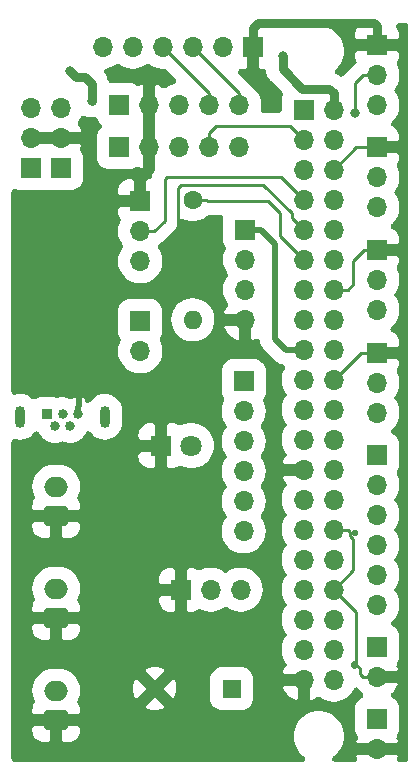
<source format=gbl>
G04 #@! TF.GenerationSoftware,KiCad,Pcbnew,8.0.8*
G04 #@! TF.CreationDate,2025-05-07T21:48:01+01:00*
G04 #@! TF.ProjectId,RPi-flex_PCB02,5250692d-666c-4657-985f-50434230322e,rev?*
G04 #@! TF.SameCoordinates,Original*
G04 #@! TF.FileFunction,Copper,L2,Bot*
G04 #@! TF.FilePolarity,Positive*
%FSLAX46Y46*%
G04 Gerber Fmt 4.6, Leading zero omitted, Abs format (unit mm)*
G04 Created by KiCad (PCBNEW 8.0.8) date 2025-05-07 21:48:01*
%MOMM*%
%LPD*%
G01*
G04 APERTURE LIST*
G04 Aperture macros list*
%AMRoundRect*
0 Rectangle with rounded corners*
0 $1 Rounding radius*
0 $2 $3 $4 $5 $6 $7 $8 $9 X,Y pos of 4 corners*
0 Add a 4 corners polygon primitive as box body*
4,1,4,$2,$3,$4,$5,$6,$7,$8,$9,$2,$3,0*
0 Add four circle primitives for the rounded corners*
1,1,$1+$1,$2,$3*
1,1,$1+$1,$4,$5*
1,1,$1+$1,$6,$7*
1,1,$1+$1,$8,$9*
0 Add four rect primitives between the rounded corners*
20,1,$1+$1,$2,$3,$4,$5,0*
20,1,$1+$1,$4,$5,$6,$7,0*
20,1,$1+$1,$6,$7,$8,$9,0*
20,1,$1+$1,$8,$9,$2,$3,0*%
G04 Aperture macros list end*
G04 #@! TA.AperFunction,ComponentPad*
%ADD10R,1.600000X1.600000*%
G04 #@! TD*
G04 #@! TA.AperFunction,ComponentPad*
%ADD11C,1.600000*%
G04 #@! TD*
G04 #@! TA.AperFunction,ComponentPad*
%ADD12R,1.700000X1.700000*%
G04 #@! TD*
G04 #@! TA.AperFunction,ComponentPad*
%ADD13O,1.700000X1.700000*%
G04 #@! TD*
G04 #@! TA.AperFunction,ComponentPad*
%ADD14RoundRect,0.250000X0.750000X-0.600000X0.750000X0.600000X-0.750000X0.600000X-0.750000X-0.600000X0*%
G04 #@! TD*
G04 #@! TA.AperFunction,ComponentPad*
%ADD15O,2.000000X1.700000*%
G04 #@! TD*
G04 #@! TA.AperFunction,ComponentPad*
%ADD16O,1.600000X1.600000*%
G04 #@! TD*
G04 #@! TA.AperFunction,ComponentPad*
%ADD17R,0.840000X0.840000*%
G04 #@! TD*
G04 #@! TA.AperFunction,ComponentPad*
%ADD18C,0.840000*%
G04 #@! TD*
G04 #@! TA.AperFunction,ComponentPad*
%ADD19O,0.850000X1.850000*%
G04 #@! TD*
G04 #@! TA.AperFunction,ComponentPad*
%ADD20R,1.800000X1.800000*%
G04 #@! TD*
G04 #@! TA.AperFunction,ComponentPad*
%ADD21C,1.800000*%
G04 #@! TD*
G04 #@! TA.AperFunction,ViaPad*
%ADD22C,0.800000*%
G04 #@! TD*
G04 #@! TA.AperFunction,Conductor*
%ADD23C,0.250000*%
G04 #@! TD*
G04 #@! TA.AperFunction,Conductor*
%ADD24C,0.750000*%
G04 #@! TD*
G04 #@! TA.AperFunction,Conductor*
%ADD25C,0.500000*%
G04 #@! TD*
G04 APERTURE END LIST*
D10*
X128270000Y-124460000D03*
D11*
X121770000Y-124460000D03*
D12*
X118745000Y-75057000D03*
D13*
X121285000Y-75057000D03*
X123825000Y-75057000D03*
X126365000Y-75057000D03*
X128905000Y-75057000D03*
D12*
X118745000Y-78613000D03*
D13*
X121285000Y-78613000D03*
X123825000Y-78613000D03*
X126365000Y-78613000D03*
X128905000Y-78613000D03*
D12*
X111252000Y-80391000D03*
D13*
X111252000Y-77851000D03*
X111252000Y-75311000D03*
D12*
X113792000Y-80391000D03*
D13*
X113792000Y-77851000D03*
X113792000Y-75311000D03*
D12*
X130048000Y-70104000D03*
D13*
X127508000Y-70104000D03*
X124968000Y-70104000D03*
X122428000Y-70104000D03*
X119888000Y-70104000D03*
X117348000Y-70104000D03*
D12*
X120523000Y-83185000D03*
D13*
X120523000Y-85725000D03*
X120523000Y-88265000D03*
D14*
X113411000Y-109855000D03*
D15*
X113411000Y-107355000D03*
D14*
X113411000Y-118491000D03*
D15*
X113411000Y-115991000D03*
D14*
X113411000Y-127127000D03*
D15*
X113411000Y-124627000D03*
D11*
X124968000Y-83058000D03*
D16*
X124968000Y-93218000D03*
D12*
X129413000Y-85598000D03*
D13*
X129413000Y-88138000D03*
X129413000Y-90678000D03*
X129413000Y-93218000D03*
D17*
X112649000Y-101219000D03*
D18*
X113299000Y-102219000D03*
X113949000Y-101219000D03*
X114599000Y-102219000D03*
X115249000Y-101219000D03*
D19*
X110374000Y-101439000D03*
X117524000Y-101439000D03*
D12*
X120523000Y-93345000D03*
D13*
X120523000Y-95885000D03*
D12*
X140589000Y-104648000D03*
D13*
X140589000Y-107188000D03*
X140589000Y-109728000D03*
X140589000Y-112268000D03*
X140589000Y-114808000D03*
X140589000Y-117348000D03*
D12*
X140589000Y-69977000D03*
D13*
X140589000Y-72517000D03*
X140589000Y-75057000D03*
D12*
X140589000Y-78613000D03*
D13*
X140589000Y-81153000D03*
X140589000Y-83693000D03*
D12*
X140589000Y-127000000D03*
D13*
X140589000Y-129540000D03*
D12*
X140589000Y-87300000D03*
D13*
X140589000Y-89840000D03*
X140589000Y-92380000D03*
D12*
X140589000Y-120904000D03*
D13*
X140589000Y-123444000D03*
D12*
X140589000Y-96012000D03*
D13*
X140589000Y-98552000D03*
X140589000Y-101092000D03*
D12*
X123952000Y-116078000D03*
D13*
X126492000Y-116078000D03*
X129032000Y-116078000D03*
D20*
X122301000Y-103886000D03*
D21*
X124841000Y-103886000D03*
D12*
X129286000Y-98425000D03*
D13*
X129286000Y-100965000D03*
X129286000Y-103505000D03*
X129286000Y-106045000D03*
X129286000Y-108585000D03*
X129286000Y-111125000D03*
D12*
X134366000Y-75438000D03*
D13*
X136906000Y-75438000D03*
X134366000Y-77978000D03*
X136906000Y-77978000D03*
X134366000Y-80518000D03*
X136906000Y-80518000D03*
X134366000Y-83058000D03*
X136906000Y-83058000D03*
X134366000Y-85598000D03*
X136906000Y-85598000D03*
X134366000Y-88138000D03*
X136906000Y-88138000D03*
X134366000Y-90678000D03*
X136906000Y-90678000D03*
X134366000Y-93218000D03*
X136906000Y-93218000D03*
X134366000Y-95758000D03*
X136906000Y-95758000D03*
X134366000Y-98298000D03*
X136906000Y-98298000D03*
X134366000Y-100838000D03*
X136906000Y-100838000D03*
X134366000Y-103378000D03*
X136906000Y-103378000D03*
X134366000Y-105918000D03*
X136906000Y-105918000D03*
X134366000Y-108458000D03*
X136906000Y-108458000D03*
X134366000Y-110998000D03*
X136906000Y-110998000D03*
X134366000Y-113538000D03*
X136906000Y-113538000D03*
X134366000Y-116078000D03*
X136906000Y-116078000D03*
X134366000Y-118618000D03*
X136906000Y-118618000D03*
X134366000Y-121158000D03*
X136906000Y-121158000D03*
X134366000Y-123698000D03*
X136906000Y-123698000D03*
D22*
X114554000Y-72136000D03*
X116459000Y-74676000D03*
X132588000Y-70866000D03*
X138684000Y-75692000D03*
D23*
X138557000Y-90229081D02*
X138557000Y-88232000D01*
D24*
X140589000Y-68377000D02*
X140589000Y-69977000D01*
X130048000Y-68504000D02*
X130480000Y-68072000D01*
D23*
X139489000Y-87300000D02*
X140589000Y-87300000D01*
X139132919Y-123190000D02*
X139132919Y-122749919D01*
X138811000Y-122428000D02*
X138811000Y-117983000D01*
X138557000Y-111760000D02*
X138557000Y-114427000D01*
X123698000Y-82042000D02*
X123698000Y-86995000D01*
D25*
X115249000Y-101219000D02*
X115249000Y-100625031D01*
D23*
X138811000Y-78613000D02*
X140589000Y-78613000D01*
X138557000Y-88232000D02*
X139489000Y-87300000D01*
X139132919Y-122749919D02*
X138811000Y-122428000D01*
X139192000Y-96012000D02*
X140589000Y-96012000D01*
X138108081Y-90678000D02*
X138557000Y-90229081D01*
X138108081Y-110998000D02*
X138303000Y-111192919D01*
X136906000Y-80518000D02*
X138811000Y-78613000D01*
D24*
X130480000Y-68072000D02*
X140284000Y-68072000D01*
X140284000Y-68072000D02*
X140589000Y-68377000D01*
D23*
X138811000Y-117983000D02*
X136906000Y-116078000D01*
X130937000Y-81788000D02*
X123952000Y-81788000D01*
X133350000Y-84582000D02*
X133350000Y-84201000D01*
X140589000Y-123444000D02*
X139386919Y-123444000D01*
X123952000Y-81788000D02*
X123698000Y-82042000D01*
X134366000Y-85598000D02*
X133350000Y-84582000D01*
X138557000Y-114427000D02*
X136906000Y-116078000D01*
X138303000Y-111192919D02*
X138303000Y-111506000D01*
D24*
X121285000Y-75057000D02*
X121285000Y-78613000D01*
D23*
X136906000Y-98298000D02*
X139192000Y-96012000D01*
X139386919Y-123444000D02*
X139132919Y-123190000D01*
X138303000Y-111506000D02*
X138557000Y-111760000D01*
X136906000Y-110998000D02*
X138108081Y-110998000D01*
X136906000Y-90678000D02*
X138108081Y-90678000D01*
D25*
X115316000Y-100558031D02*
X115316000Y-99060000D01*
D24*
X130048000Y-70104000D02*
X130048000Y-68504000D01*
X111252000Y-77851000D02*
X113792000Y-77851000D01*
D23*
X133350000Y-84201000D02*
X130937000Y-81788000D01*
D25*
X115249000Y-100625031D02*
X115316000Y-100558031D01*
X132842000Y-95758000D02*
X131953000Y-94869000D01*
X131953000Y-94869000D02*
X131953000Y-86788000D01*
X130763000Y-85598000D02*
X129413000Y-85598000D01*
X131953000Y-86788000D02*
X130763000Y-85598000D01*
X134366000Y-95758000D02*
X132842000Y-95758000D01*
D24*
X115062000Y-72644000D02*
X114554000Y-72136000D01*
X132588000Y-70866000D02*
X132588000Y-72009000D01*
X116459000Y-74676000D02*
X116459000Y-73279000D01*
X134239000Y-73660000D02*
X136525000Y-73660000D01*
X115824000Y-72644000D02*
X115062000Y-72644000D01*
X132588000Y-72009000D02*
X134239000Y-73660000D01*
X116459000Y-73279000D02*
X115824000Y-72644000D01*
X136525000Y-73660000D02*
X136906000Y-74041000D01*
X136906000Y-74041000D02*
X136906000Y-75438000D01*
D23*
X128905000Y-74041000D02*
X128905000Y-75057000D01*
X124968000Y-70104000D02*
X128905000Y-74041000D01*
X122428000Y-70104000D02*
X126365000Y-74041000D01*
X126940919Y-76835000D02*
X133223000Y-76835000D01*
X126365000Y-77410919D02*
X126940919Y-76835000D01*
X133223000Y-76835000D02*
X134366000Y-77978000D01*
X126365000Y-74041000D02*
X126365000Y-75057000D01*
X126365000Y-78613000D02*
X126365000Y-77410919D01*
X120523000Y-85725000D02*
X121725081Y-85725000D01*
X132461000Y-81153000D02*
X134366000Y-83058000D01*
X122800162Y-81153000D02*
X132461000Y-81153000D01*
X121725081Y-85725000D02*
X122614081Y-84836000D01*
X122614081Y-81339081D02*
X122800162Y-81153000D01*
X122614081Y-84836000D02*
X122614081Y-81339081D01*
X138684000Y-73219919D02*
X139386919Y-72517000D01*
X138684000Y-75692000D02*
X138684000Y-73219919D01*
X139386919Y-72517000D02*
X140589000Y-72517000D01*
X126226370Y-83185000D02*
X131318000Y-83185000D01*
X132334000Y-86106000D02*
X134366000Y-88138000D01*
X131318000Y-83185000D02*
X132334000Y-84201000D01*
X132334000Y-84201000D02*
X132334000Y-86106000D01*
X124968000Y-83058000D02*
X126099370Y-83058000D01*
X126099370Y-83058000D02*
X126226370Y-83185000D01*
G04 #@! TA.AperFunction,Conductor*
G36*
X138804479Y-68107289D02*
G01*
X138870242Y-68137322D01*
X138924879Y-68184665D01*
X138963966Y-68245485D01*
X138984334Y-68314852D01*
X138984334Y-68387148D01*
X138963966Y-68456515D01*
X138929264Y-68512135D01*
X138890140Y-68559807D01*
X138795796Y-68736312D01*
X138737700Y-68927828D01*
X138717130Y-69136684D01*
X138720689Y-69297979D01*
X138891710Y-69469000D01*
X140239542Y-69469000D01*
X140298852Y-69451585D01*
X140335000Y-69449000D01*
X140843000Y-69449000D01*
X140914560Y-69459289D01*
X140935824Y-69469000D01*
X142286290Y-69469000D01*
X142457310Y-69297979D01*
X142460869Y-69136684D01*
X142440299Y-68927828D01*
X142382203Y-68736312D01*
X142287859Y-68559807D01*
X142248736Y-68512135D01*
X142211292Y-68450291D01*
X142192789Y-68380403D01*
X142194724Y-68308133D01*
X142216942Y-68239336D01*
X142257643Y-68179585D01*
X142313529Y-68133721D01*
X142380072Y-68105460D01*
X142445081Y-68097000D01*
X142977000Y-68097000D01*
X143048560Y-68107289D01*
X143114323Y-68137322D01*
X143168960Y-68184665D01*
X143208047Y-68245485D01*
X143228415Y-68314852D01*
X143231000Y-68351000D01*
X143231001Y-130404000D01*
X143220712Y-130475560D01*
X143190679Y-130541323D01*
X143143336Y-130595960D01*
X143082516Y-130635047D01*
X143013149Y-130655415D01*
X142977001Y-130658000D01*
X142513937Y-130658000D01*
X142442377Y-130647711D01*
X142376614Y-130617678D01*
X142321977Y-130570335D01*
X142282890Y-130509515D01*
X142262522Y-130440148D01*
X142262522Y-130367852D01*
X142280993Y-130302743D01*
X142340875Y-130164982D01*
X142249561Y-130048000D01*
X140938458Y-130048000D01*
X140879148Y-130065415D01*
X140843000Y-130068000D01*
X140335000Y-130068000D01*
X140263440Y-130057711D01*
X140242176Y-130048000D01*
X138928439Y-130048000D01*
X138837124Y-130164982D01*
X138897007Y-130302743D01*
X138916099Y-130372473D01*
X138914772Y-130444756D01*
X138893134Y-130513738D01*
X138852938Y-130573830D01*
X138797441Y-130620163D01*
X138731138Y-130648984D01*
X138664063Y-130658000D01*
X137029900Y-130658000D01*
X136958340Y-130647711D01*
X136892577Y-130617678D01*
X136837940Y-130570335D01*
X136798853Y-130509515D01*
X136778485Y-130440148D01*
X136778485Y-130367852D01*
X136798853Y-130298485D01*
X136837940Y-130237665D01*
X136888786Y-130192806D01*
X136984872Y-130128603D01*
X137279604Y-129833871D01*
X137511174Y-129487301D01*
X137670683Y-129102212D01*
X137752000Y-128693410D01*
X137752000Y-128276589D01*
X137670683Y-127867787D01*
X137511174Y-127482698D01*
X137279604Y-127136128D01*
X136984871Y-126841395D01*
X136638301Y-126609825D01*
X136253212Y-126450316D01*
X135844410Y-126369000D01*
X135427590Y-126369000D01*
X135018787Y-126450316D01*
X134633698Y-126609825D01*
X134287128Y-126841395D01*
X133992395Y-127136128D01*
X133760825Y-127482698D01*
X133601316Y-127867787D01*
X133520000Y-128276589D01*
X133520000Y-128693410D01*
X133601316Y-129102212D01*
X133760825Y-129487301D01*
X133992395Y-129833871D01*
X134287127Y-130128603D01*
X134383214Y-130192806D01*
X134436998Y-130241118D01*
X134474993Y-130302625D01*
X134494120Y-130372345D01*
X134492829Y-130444629D01*
X134471227Y-130513622D01*
X134431061Y-130573734D01*
X134375587Y-130620095D01*
X134309299Y-130648950D01*
X134242100Y-130658000D01*
X109880000Y-130658000D01*
X109808440Y-130647711D01*
X109742677Y-130617678D01*
X109688040Y-130570335D01*
X109648953Y-130509515D01*
X109628585Y-130440148D01*
X109626000Y-130404000D01*
X109626000Y-127967315D01*
X111389130Y-127967315D01*
X111409700Y-128176171D01*
X111467796Y-128367687D01*
X111562138Y-128544189D01*
X111689103Y-128698896D01*
X111843810Y-128825861D01*
X112020312Y-128920203D01*
X112211828Y-128978299D01*
X112421661Y-128998965D01*
X112732785Y-128994504D01*
X112903000Y-128824290D01*
X113919000Y-128824290D01*
X114089214Y-128994504D01*
X114400338Y-128998965D01*
X114610171Y-128978299D01*
X114801687Y-128920203D01*
X114978189Y-128825861D01*
X115132896Y-128698896D01*
X115259861Y-128544189D01*
X115354203Y-128367687D01*
X115412299Y-128176171D01*
X115432869Y-127967315D01*
X115429310Y-127806020D01*
X115258290Y-127635000D01*
X113919000Y-127635000D01*
X113919000Y-128824290D01*
X112903000Y-128824290D01*
X112903000Y-127635000D01*
X111563710Y-127635000D01*
X111392689Y-127806020D01*
X111389130Y-127967315D01*
X109626000Y-127967315D01*
X109626000Y-124627000D01*
X111385972Y-124627000D01*
X111421999Y-124992800D01*
X111528700Y-125344544D01*
X111580118Y-125440740D01*
X111604777Y-125508700D01*
X111609291Y-125580855D01*
X111593293Y-125651359D01*
X111573214Y-125687363D01*
X111573932Y-125687747D01*
X111467796Y-125886312D01*
X111409700Y-126077828D01*
X111389130Y-126286684D01*
X111392689Y-126447979D01*
X111563710Y-126619000D01*
X113061542Y-126619000D01*
X113120852Y-126601585D01*
X113157000Y-126599000D01*
X113665000Y-126599000D01*
X113736560Y-126609289D01*
X113757824Y-126619000D01*
X115258290Y-126619000D01*
X115429310Y-126447979D01*
X115432869Y-126286684D01*
X115412298Y-126077828D01*
X115378382Y-125966021D01*
X120982398Y-125966021D01*
X120997990Y-126104706D01*
X121214115Y-126198057D01*
X121563878Y-126273108D01*
X121921553Y-126278483D01*
X122273414Y-126213972D01*
X122541690Y-126107542D01*
X122557601Y-125966021D01*
X121770000Y-125178420D01*
X120982398Y-125966021D01*
X115378382Y-125966021D01*
X115372496Y-125946616D01*
X115354202Y-125886311D01*
X115248068Y-125687747D01*
X115248804Y-125687353D01*
X115232099Y-125659761D01*
X115213597Y-125589873D01*
X115215534Y-125517603D01*
X115237754Y-125448806D01*
X115241882Y-125440740D01*
X115293299Y-125344544D01*
X115400000Y-124992800D01*
X115436027Y-124626999D01*
X115434506Y-124611553D01*
X119951516Y-124611553D01*
X120016027Y-124963414D01*
X120122457Y-125231690D01*
X120263978Y-125247601D01*
X121051580Y-124460000D01*
X122488420Y-124460000D01*
X123276021Y-125247601D01*
X123414706Y-125232009D01*
X123508057Y-125015884D01*
X123583108Y-124666121D01*
X123588483Y-124308446D01*
X123523972Y-123956584D01*
X123443471Y-123753666D01*
X123417542Y-123688309D01*
X123276741Y-123672479D01*
X126447856Y-123672479D01*
X126447856Y-125247520D01*
X126468701Y-125459170D01*
X126526798Y-125650689D01*
X126621140Y-125827190D01*
X126748103Y-125981896D01*
X126902809Y-126108859D01*
X127079310Y-126203201D01*
X127270829Y-126261298D01*
X127482480Y-126282144D01*
X129057520Y-126282144D01*
X129269170Y-126261298D01*
X129460689Y-126203201D01*
X129637190Y-126108859D01*
X129791896Y-125981896D01*
X129918859Y-125827190D01*
X130013201Y-125650689D01*
X130071298Y-125459170D01*
X130092144Y-125247520D01*
X130092144Y-124322982D01*
X132614124Y-124322982D01*
X132736905Y-124605440D01*
X132945243Y-124905828D01*
X133208175Y-125159793D01*
X133515607Y-125357588D01*
X133744789Y-125447893D01*
X133858000Y-125360465D01*
X133858000Y-124206000D01*
X132705439Y-124206000D01*
X132614124Y-124322982D01*
X130092144Y-124322982D01*
X130092144Y-123672479D01*
X130071298Y-123460829D01*
X130013201Y-123269310D01*
X129918859Y-123092809D01*
X129791896Y-122938103D01*
X129637190Y-122811140D01*
X129460689Y-122716798D01*
X129269170Y-122658701D01*
X129057520Y-122637856D01*
X127482480Y-122637856D01*
X127270829Y-122658701D01*
X127079310Y-122716798D01*
X126902809Y-122811140D01*
X126748103Y-122938103D01*
X126621140Y-123092809D01*
X126526798Y-123269310D01*
X126468701Y-123460829D01*
X126447856Y-123672479D01*
X123276741Y-123672479D01*
X123276021Y-123672398D01*
X122488420Y-124460000D01*
X121051580Y-124460000D01*
X120263978Y-123672398D01*
X120125293Y-123687990D01*
X120031942Y-123904115D01*
X119956891Y-124253878D01*
X119951516Y-124611553D01*
X115434506Y-124611553D01*
X115400000Y-124261199D01*
X115293300Y-123909458D01*
X115120029Y-123585291D01*
X114886843Y-123301154D01*
X114816546Y-123243462D01*
X114602708Y-123067970D01*
X114389444Y-122953978D01*
X120982398Y-122953978D01*
X121770000Y-123741580D01*
X122557601Y-122953978D01*
X122542009Y-122815293D01*
X122325884Y-122721942D01*
X121976121Y-122646891D01*
X121618446Y-122641516D01*
X121266585Y-122706027D01*
X120998309Y-122812457D01*
X120982398Y-122953978D01*
X114389444Y-122953978D01*
X114278541Y-122894699D01*
X113926800Y-122787999D01*
X113652663Y-122761000D01*
X113169337Y-122761000D01*
X112895199Y-122787999D01*
X112543458Y-122894699D01*
X112219291Y-123067970D01*
X111935155Y-123301155D01*
X111701970Y-123585291D01*
X111528699Y-123909458D01*
X111421999Y-124261199D01*
X111385972Y-124627000D01*
X109626000Y-124627000D01*
X109626000Y-119331315D01*
X111389130Y-119331315D01*
X111409700Y-119540171D01*
X111467796Y-119731687D01*
X111562138Y-119908189D01*
X111689103Y-120062896D01*
X111843810Y-120189861D01*
X112020312Y-120284203D01*
X112211828Y-120342299D01*
X112421661Y-120362965D01*
X112732785Y-120358504D01*
X112903000Y-120188290D01*
X113919000Y-120188290D01*
X114089214Y-120358504D01*
X114400338Y-120362965D01*
X114610171Y-120342299D01*
X114801687Y-120284203D01*
X114978189Y-120189861D01*
X115132896Y-120062896D01*
X115259861Y-119908189D01*
X115354203Y-119731687D01*
X115412299Y-119540171D01*
X115432869Y-119331315D01*
X115429310Y-119170020D01*
X115258290Y-118999000D01*
X113919000Y-118999000D01*
X113919000Y-120188290D01*
X112903000Y-120188290D01*
X112903000Y-118999000D01*
X111563710Y-118999000D01*
X111392689Y-119170020D01*
X111389130Y-119331315D01*
X109626000Y-119331315D01*
X109626000Y-115991000D01*
X111385972Y-115991000D01*
X111421999Y-116356800D01*
X111528700Y-116708544D01*
X111580118Y-116804740D01*
X111604777Y-116872700D01*
X111609291Y-116944855D01*
X111593293Y-117015359D01*
X111573214Y-117051363D01*
X111573932Y-117051747D01*
X111467796Y-117250312D01*
X111409700Y-117441828D01*
X111389130Y-117650684D01*
X111392689Y-117811979D01*
X111563710Y-117983000D01*
X113061542Y-117983000D01*
X113120852Y-117965585D01*
X113157000Y-117963000D01*
X113665000Y-117963000D01*
X113736560Y-117973289D01*
X113757824Y-117983000D01*
X115258290Y-117983000D01*
X115429310Y-117811979D01*
X115432869Y-117650684D01*
X115412299Y-117441828D01*
X115354203Y-117250312D01*
X115248068Y-117051747D01*
X115248804Y-117051353D01*
X115232106Y-117023777D01*
X115213599Y-116953890D01*
X115214550Y-116918315D01*
X122080130Y-116918315D01*
X122100700Y-117127171D01*
X122158796Y-117318687D01*
X122253138Y-117495189D01*
X122380103Y-117649896D01*
X122534810Y-117776861D01*
X122711312Y-117871203D01*
X122902828Y-117929299D01*
X123111684Y-117949869D01*
X123272979Y-117946310D01*
X123444000Y-117775290D01*
X123444000Y-116586000D01*
X122254710Y-116586000D01*
X122083689Y-116757020D01*
X122080130Y-116918315D01*
X115214550Y-116918315D01*
X115215531Y-116881620D01*
X115237746Y-116812822D01*
X115241882Y-116804740D01*
X115293299Y-116708544D01*
X115400000Y-116356800D01*
X115436027Y-115991000D01*
X115400000Y-115625199D01*
X115301877Y-115301733D01*
X115293299Y-115273457D01*
X115274178Y-115237684D01*
X122080130Y-115237684D01*
X122083689Y-115398979D01*
X122254710Y-115570000D01*
X123444000Y-115570000D01*
X123444000Y-114380710D01*
X124460000Y-114380710D01*
X124460000Y-115728541D01*
X124477415Y-115787852D01*
X124480000Y-115824000D01*
X124480000Y-116332000D01*
X124469711Y-116403560D01*
X124460000Y-116424824D01*
X124460000Y-117775290D01*
X124631020Y-117946310D01*
X124792315Y-117949869D01*
X125001171Y-117929299D01*
X125192687Y-117871203D01*
X125369192Y-117776859D01*
X125373168Y-117773597D01*
X125435012Y-117736153D01*
X125504900Y-117717650D01*
X125577170Y-117719585D01*
X125645967Y-117741803D01*
X125654038Y-117745934D01*
X125774458Y-117810300D01*
X126126199Y-117917000D01*
X126400337Y-117944000D01*
X126583663Y-117944000D01*
X126857800Y-117917000D01*
X127209541Y-117810300D01*
X127533708Y-117637029D01*
X127600864Y-117581916D01*
X127662708Y-117544472D01*
X127732596Y-117525969D01*
X127804866Y-117527904D01*
X127873663Y-117550122D01*
X127923136Y-117581916D01*
X127990291Y-117637029D01*
X128314458Y-117810300D01*
X128666199Y-117917000D01*
X128940337Y-117944000D01*
X129123663Y-117944000D01*
X129397800Y-117917000D01*
X129749541Y-117810300D01*
X130073708Y-117637029D01*
X130357844Y-117403844D01*
X130591029Y-117119708D01*
X130764300Y-116795541D01*
X130871000Y-116443800D01*
X130907027Y-116078000D01*
X130871000Y-115712199D01*
X130764300Y-115360458D01*
X130591029Y-115036291D01*
X130357844Y-114752155D01*
X130073708Y-114518970D01*
X129749541Y-114345699D01*
X129397800Y-114238999D01*
X129123663Y-114212000D01*
X128940337Y-114212000D01*
X128666199Y-114238999D01*
X128314458Y-114345699D01*
X127990291Y-114518970D01*
X127923136Y-114574084D01*
X127861292Y-114611528D01*
X127791404Y-114630031D01*
X127719134Y-114628096D01*
X127650337Y-114605878D01*
X127600864Y-114574084D01*
X127533708Y-114518970D01*
X127209541Y-114345699D01*
X126857800Y-114238999D01*
X126583663Y-114212000D01*
X126400337Y-114212000D01*
X126126199Y-114238999D01*
X125774458Y-114345699D01*
X125654038Y-114410066D01*
X125586078Y-114434725D01*
X125513923Y-114439239D01*
X125443419Y-114423242D01*
X125380278Y-114388029D01*
X125373168Y-114382403D01*
X125369192Y-114379140D01*
X125192687Y-114284796D01*
X125001171Y-114226700D01*
X124792315Y-114206130D01*
X124631020Y-114209689D01*
X124460000Y-114380710D01*
X123444000Y-114380710D01*
X123272979Y-114209689D01*
X123111684Y-114206130D01*
X122902828Y-114226700D01*
X122711312Y-114284796D01*
X122534810Y-114379138D01*
X122380103Y-114506103D01*
X122253138Y-114660810D01*
X122158796Y-114837312D01*
X122100700Y-115028828D01*
X122080130Y-115237684D01*
X115274178Y-115237684D01*
X115120029Y-114949291D01*
X114886844Y-114665155D01*
X114602708Y-114431970D01*
X114278541Y-114258699D01*
X113926800Y-114151999D01*
X113652663Y-114125000D01*
X113169337Y-114125000D01*
X112895199Y-114151999D01*
X112543458Y-114258699D01*
X112219291Y-114431970D01*
X111935155Y-114665155D01*
X111701970Y-114949291D01*
X111528699Y-115273458D01*
X111421999Y-115625199D01*
X111385972Y-115991000D01*
X109626000Y-115991000D01*
X109626000Y-110695315D01*
X111389130Y-110695315D01*
X111409700Y-110904171D01*
X111467796Y-111095687D01*
X111562138Y-111272189D01*
X111689103Y-111426896D01*
X111843810Y-111553861D01*
X112020312Y-111648203D01*
X112211828Y-111706299D01*
X112421661Y-111726965D01*
X112732785Y-111722504D01*
X112903000Y-111552290D01*
X113919000Y-111552290D01*
X114089214Y-111722504D01*
X114400338Y-111726965D01*
X114610171Y-111706299D01*
X114801687Y-111648203D01*
X114978189Y-111553861D01*
X115132896Y-111426896D01*
X115259861Y-111272189D01*
X115354203Y-111095687D01*
X115412299Y-110904171D01*
X115432869Y-110695315D01*
X115429310Y-110534020D01*
X115258290Y-110363000D01*
X113919000Y-110363000D01*
X113919000Y-111552290D01*
X112903000Y-111552290D01*
X112903000Y-110363000D01*
X111563710Y-110363000D01*
X111392689Y-110534020D01*
X111389130Y-110695315D01*
X109626000Y-110695315D01*
X109626000Y-107355000D01*
X111385972Y-107355000D01*
X111421999Y-107720800D01*
X111528700Y-108072544D01*
X111580118Y-108168740D01*
X111604777Y-108236700D01*
X111609291Y-108308855D01*
X111593293Y-108379359D01*
X111573214Y-108415363D01*
X111573932Y-108415747D01*
X111467796Y-108614312D01*
X111409700Y-108805828D01*
X111389130Y-109014684D01*
X111392689Y-109175979D01*
X111563710Y-109347000D01*
X113061542Y-109347000D01*
X113120852Y-109329585D01*
X113157000Y-109327000D01*
X113665000Y-109327000D01*
X113736560Y-109337289D01*
X113757824Y-109347000D01*
X115258290Y-109347000D01*
X115429310Y-109175979D01*
X115432869Y-109014684D01*
X115412299Y-108805828D01*
X115354203Y-108614312D01*
X115248068Y-108415747D01*
X115248804Y-108415353D01*
X115232099Y-108387761D01*
X115213597Y-108317873D01*
X115215534Y-108245603D01*
X115237754Y-108176806D01*
X115241882Y-108168740D01*
X115293299Y-108072544D01*
X115400000Y-107720800D01*
X115436027Y-107355000D01*
X115400000Y-106989199D01*
X115293300Y-106637458D01*
X115120029Y-106313291D01*
X114886844Y-106029155D01*
X114602708Y-105795970D01*
X114278541Y-105622699D01*
X113926800Y-105515999D01*
X113652663Y-105489000D01*
X113169337Y-105489000D01*
X112895199Y-105515999D01*
X112543458Y-105622699D01*
X112219291Y-105795970D01*
X111935155Y-106029155D01*
X111701970Y-106313291D01*
X111528699Y-106637458D01*
X111421999Y-106989199D01*
X111385972Y-107355000D01*
X109626000Y-107355000D01*
X109626000Y-104775895D01*
X120379088Y-104775895D01*
X120399700Y-104985171D01*
X120457796Y-105176687D01*
X120552138Y-105353189D01*
X120679103Y-105507896D01*
X120833810Y-105634861D01*
X121010312Y-105729203D01*
X121201828Y-105787299D01*
X121411104Y-105807911D01*
X121622330Y-105803959D01*
X121793000Y-105633290D01*
X121793000Y-104394000D01*
X120553710Y-104394000D01*
X120383040Y-104564669D01*
X120379088Y-104775895D01*
X109626000Y-104775895D01*
X109626000Y-103560416D01*
X109636289Y-103488856D01*
X109666322Y-103423093D01*
X109713665Y-103368456D01*
X109774485Y-103329369D01*
X109843852Y-103309001D01*
X109916148Y-103309001D01*
X109953732Y-103317353D01*
X110091515Y-103359149D01*
X110374000Y-103386971D01*
X110656485Y-103359148D01*
X110928115Y-103276752D01*
X111178449Y-103142945D01*
X111397873Y-102962867D01*
X111564287Y-102760094D01*
X111617637Y-102711304D01*
X111682573Y-102679522D01*
X111753832Y-102667321D01*
X111825641Y-102675691D01*
X111892185Y-102703952D01*
X111948070Y-102749816D01*
X111988770Y-102809567D01*
X111995296Y-102824028D01*
X112026433Y-102899199D01*
X112183586Y-103134397D01*
X112383602Y-103334413D01*
X112618800Y-103491566D01*
X112880135Y-103599815D01*
X113157565Y-103655000D01*
X113440435Y-103655000D01*
X113717866Y-103599815D01*
X113851799Y-103544339D01*
X113921849Y-103526459D01*
X113994099Y-103529040D01*
X114046201Y-103544339D01*
X114180133Y-103599815D01*
X114457565Y-103655000D01*
X114740435Y-103655000D01*
X115017864Y-103599815D01*
X115279199Y-103491566D01*
X115514397Y-103334413D01*
X115714413Y-103134397D01*
X115871566Y-102899200D01*
X115902705Y-102824026D01*
X115939596Y-102761851D01*
X115992509Y-102712587D01*
X116057158Y-102680227D01*
X116128305Y-102667391D01*
X116200187Y-102675119D01*
X116266980Y-102702786D01*
X116323272Y-102748150D01*
X116333715Y-102760093D01*
X116500130Y-102962870D01*
X116719551Y-103142945D01*
X116969885Y-103276752D01*
X117241515Y-103359149D01*
X117524000Y-103386971D01*
X117806485Y-103359148D01*
X118078115Y-103276752D01*
X118328449Y-103142945D01*
X118507374Y-102996104D01*
X120379088Y-102996104D01*
X120383040Y-103207330D01*
X120553710Y-103378000D01*
X121793000Y-103378000D01*
X121793000Y-102138710D01*
X122809000Y-102138710D01*
X122809000Y-103536541D01*
X122826415Y-103595852D01*
X122829000Y-103632000D01*
X122829000Y-104140000D01*
X122818711Y-104211560D01*
X122809000Y-104232824D01*
X122809000Y-105633290D01*
X122979669Y-105803959D01*
X123190895Y-105807911D01*
X123400171Y-105787299D01*
X123591687Y-105729203D01*
X123788063Y-105624238D01*
X123856023Y-105599579D01*
X123928178Y-105595065D01*
X123998682Y-105611062D01*
X124005000Y-105613581D01*
X124282124Y-105728369D01*
X124652289Y-105802000D01*
X125029711Y-105802000D01*
X125399875Y-105728369D01*
X125748566Y-105583937D01*
X126062379Y-105374254D01*
X126329254Y-105107379D01*
X126538937Y-104793566D01*
X126683369Y-104444875D01*
X126757000Y-104074711D01*
X126757000Y-103697288D01*
X126683369Y-103327124D01*
X126538937Y-102978433D01*
X126329254Y-102664620D01*
X126062379Y-102397745D01*
X125748566Y-102188062D01*
X125399875Y-102043630D01*
X125029711Y-101970000D01*
X124652289Y-101970000D01*
X124282124Y-102043630D01*
X124005000Y-102158419D01*
X123934949Y-102176299D01*
X123862700Y-102173718D01*
X123794103Y-102150887D01*
X123788063Y-102147762D01*
X123591687Y-102042796D01*
X123400171Y-101984700D01*
X123190895Y-101964088D01*
X122979669Y-101968040D01*
X122809000Y-102138710D01*
X121793000Y-102138710D01*
X121622330Y-101968040D01*
X121411104Y-101964088D01*
X121201828Y-101984700D01*
X121010312Y-102042796D01*
X120833810Y-102137138D01*
X120679103Y-102264103D01*
X120552138Y-102418810D01*
X120457796Y-102595312D01*
X120399700Y-102786828D01*
X120379088Y-102996104D01*
X118507374Y-102996104D01*
X118547872Y-102962868D01*
X118661129Y-102824865D01*
X118661130Y-102824863D01*
X118727945Y-102743449D01*
X118861752Y-102493115D01*
X118944148Y-102221485D01*
X118965000Y-102009785D01*
X118965000Y-100965000D01*
X127410972Y-100965000D01*
X127446999Y-101330800D01*
X127553699Y-101682541D01*
X127726970Y-102006708D01*
X127782084Y-102073864D01*
X127819528Y-102135708D01*
X127838031Y-102205596D01*
X127836096Y-102277866D01*
X127813878Y-102346663D01*
X127782084Y-102396136D01*
X127726970Y-102463291D01*
X127553699Y-102787458D01*
X127446999Y-103139199D01*
X127410972Y-103505000D01*
X127446999Y-103870800D01*
X127553699Y-104222541D01*
X127726970Y-104546708D01*
X127782084Y-104613864D01*
X127819528Y-104675708D01*
X127838031Y-104745596D01*
X127836096Y-104817866D01*
X127813878Y-104886663D01*
X127782084Y-104936136D01*
X127726970Y-105003291D01*
X127553699Y-105327458D01*
X127446999Y-105679199D01*
X127410972Y-106045000D01*
X127446999Y-106410800D01*
X127553699Y-106762541D01*
X127726970Y-107086708D01*
X127782084Y-107153864D01*
X127819528Y-107215708D01*
X127838031Y-107285596D01*
X127836096Y-107357866D01*
X127813878Y-107426663D01*
X127782084Y-107476136D01*
X127726970Y-107543291D01*
X127553699Y-107867458D01*
X127446999Y-108219199D01*
X127410972Y-108585000D01*
X127446999Y-108950800D01*
X127553699Y-109302541D01*
X127726970Y-109626708D01*
X127782084Y-109693864D01*
X127819528Y-109755708D01*
X127838031Y-109825596D01*
X127836096Y-109897866D01*
X127813878Y-109966663D01*
X127782084Y-110016136D01*
X127726970Y-110083291D01*
X127553699Y-110407458D01*
X127446999Y-110759199D01*
X127410972Y-111125000D01*
X127446999Y-111490800D01*
X127553699Y-111842541D01*
X127726970Y-112166708D01*
X127960155Y-112450844D01*
X128244291Y-112684029D01*
X128568458Y-112857300D01*
X128920199Y-112964000D01*
X129194337Y-112991000D01*
X129377663Y-112991000D01*
X129651800Y-112964000D01*
X130003541Y-112857300D01*
X130327708Y-112684029D01*
X130611844Y-112450844D01*
X130845029Y-112166708D01*
X131018300Y-111842541D01*
X131125000Y-111490800D01*
X131161027Y-111125000D01*
X131125000Y-110759199D01*
X131018300Y-110407458D01*
X130845029Y-110083291D01*
X130789916Y-110016136D01*
X130752472Y-109954292D01*
X130733969Y-109884404D01*
X130735904Y-109812134D01*
X130758122Y-109743337D01*
X130789916Y-109693864D01*
X130845029Y-109626708D01*
X131018300Y-109302541D01*
X131125000Y-108950800D01*
X131161027Y-108585000D01*
X131125000Y-108219199D01*
X131018300Y-107867458D01*
X130845029Y-107543291D01*
X130789916Y-107476136D01*
X130752472Y-107414292D01*
X130733969Y-107344404D01*
X130735904Y-107272134D01*
X130758122Y-107203337D01*
X130789916Y-107153864D01*
X130845029Y-107086708D01*
X131018300Y-106762541D01*
X131125000Y-106410800D01*
X131161027Y-106045000D01*
X131125000Y-105679199D01*
X131018300Y-105327458D01*
X130845029Y-105003291D01*
X130789916Y-104936136D01*
X130752472Y-104874292D01*
X130733969Y-104804404D01*
X130735904Y-104732134D01*
X130758122Y-104663337D01*
X130789916Y-104613864D01*
X130845029Y-104546708D01*
X131018300Y-104222541D01*
X131125000Y-103870800D01*
X131161027Y-103505000D01*
X131125000Y-103139199D01*
X131018300Y-102787458D01*
X130845029Y-102463291D01*
X130789916Y-102396136D01*
X130752472Y-102334292D01*
X130733969Y-102264404D01*
X130735904Y-102192134D01*
X130758122Y-102123337D01*
X130789916Y-102073864D01*
X130845029Y-102006708D01*
X131018300Y-101682541D01*
X131125000Y-101330800D01*
X131161027Y-100965000D01*
X131125000Y-100599199D01*
X131018299Y-100247455D01*
X130953934Y-100127036D01*
X130929275Y-100059076D01*
X130924761Y-99986921D01*
X130940759Y-99916417D01*
X130975971Y-99853276D01*
X130981596Y-99846168D01*
X130984859Y-99842190D01*
X131079201Y-99665689D01*
X131137298Y-99474170D01*
X131158144Y-99262520D01*
X131158144Y-97587479D01*
X131137298Y-97375829D01*
X131079201Y-97184310D01*
X130984859Y-97007809D01*
X130857896Y-96853103D01*
X130703190Y-96726140D01*
X130526689Y-96631798D01*
X130335170Y-96573701D01*
X130123520Y-96552856D01*
X128448480Y-96552856D01*
X128236829Y-96573701D01*
X128045310Y-96631798D01*
X127868809Y-96726140D01*
X127714103Y-96853103D01*
X127587140Y-97007809D01*
X127492798Y-97184310D01*
X127434701Y-97375829D01*
X127413856Y-97587479D01*
X127413856Y-99262520D01*
X127434701Y-99474170D01*
X127492798Y-99665689D01*
X127587140Y-99842190D01*
X127590404Y-99846168D01*
X127627847Y-99908012D01*
X127646351Y-99977900D01*
X127644414Y-100050170D01*
X127622196Y-100118967D01*
X127618066Y-100127036D01*
X127553700Y-100247455D01*
X127446999Y-100599199D01*
X127410972Y-100965000D01*
X118965000Y-100965000D01*
X118965000Y-100868214D01*
X118944148Y-100656514D01*
X118861752Y-100384884D01*
X118727945Y-100134550D01*
X118547870Y-99915129D01*
X118328448Y-99735054D01*
X118078114Y-99601247D01*
X117806484Y-99518850D01*
X117523999Y-99491028D01*
X117241514Y-99518851D01*
X116969884Y-99601247D01*
X116719550Y-99735054D01*
X116500129Y-99915129D01*
X116304185Y-100153889D01*
X116303516Y-100153340D01*
X116284550Y-100179154D01*
X116227064Y-100222995D01*
X116159555Y-100248865D01*
X116087492Y-100254668D01*
X116016714Y-100239933D01*
X115952954Y-100205854D01*
X115901378Y-100155193D01*
X115866163Y-100092053D01*
X115850164Y-100021549D01*
X115849392Y-99996288D01*
X115850947Y-99915252D01*
X115722116Y-99855819D01*
X115447081Y-99789712D01*
X115164437Y-99778530D01*
X114885039Y-99822707D01*
X114684860Y-99896496D01*
X114614158Y-99911593D01*
X114542067Y-99906158D01*
X114499810Y-99892838D01*
X114367862Y-99838183D01*
X114090435Y-99783000D01*
X113807565Y-99783000D01*
X113514920Y-99841211D01*
X113442728Y-99845081D01*
X113391634Y-99835155D01*
X113268168Y-99797701D01*
X113056520Y-99776856D01*
X112241480Y-99776856D01*
X112029829Y-99797701D01*
X111838313Y-99855797D01*
X111677485Y-99941762D01*
X111609524Y-99966421D01*
X111537369Y-99970935D01*
X111466865Y-99954937D01*
X111403725Y-99919725D01*
X111396614Y-99914099D01*
X111178448Y-99735054D01*
X110928114Y-99601247D01*
X110656484Y-99518850D01*
X110373999Y-99491028D01*
X110091512Y-99518851D01*
X109953731Y-99560646D01*
X109882266Y-99571573D01*
X109810617Y-99561923D01*
X109744589Y-99532478D01*
X109689531Y-99485623D01*
X109649904Y-99425155D01*
X109628918Y-99355972D01*
X109626000Y-99317583D01*
X109626000Y-95885000D01*
X118647972Y-95885000D01*
X118683999Y-96250800D01*
X118790699Y-96602541D01*
X118963970Y-96926708D01*
X119197155Y-97210844D01*
X119481291Y-97444029D01*
X119805458Y-97617300D01*
X120157199Y-97724000D01*
X120431337Y-97751000D01*
X120614663Y-97751000D01*
X120888800Y-97724000D01*
X121240541Y-97617300D01*
X121564708Y-97444029D01*
X121848844Y-97210844D01*
X122082029Y-96926708D01*
X122255300Y-96602541D01*
X122362000Y-96250800D01*
X122398027Y-95885000D01*
X122362000Y-95519199D01*
X122255299Y-95167455D01*
X122190934Y-95047036D01*
X122166275Y-94979076D01*
X122161761Y-94906921D01*
X122177759Y-94836417D01*
X122212971Y-94773276D01*
X122218596Y-94766168D01*
X122221859Y-94762190D01*
X122316201Y-94585689D01*
X122374298Y-94394170D01*
X122395144Y-94182520D01*
X122395144Y-93218000D01*
X123143214Y-93218000D01*
X123178276Y-93573996D01*
X123282118Y-93916316D01*
X123450747Y-94231798D01*
X123677680Y-94508319D01*
X123954201Y-94735252D01*
X124269683Y-94903881D01*
X124612003Y-95007723D01*
X124878795Y-95034000D01*
X125057205Y-95034000D01*
X125323996Y-95007723D01*
X125666316Y-94903881D01*
X125981798Y-94735252D01*
X126258319Y-94508319D01*
X126485252Y-94231798D01*
X126653882Y-93916314D01*
X126676127Y-93842982D01*
X127661124Y-93842982D01*
X127783905Y-94125440D01*
X127992243Y-94425828D01*
X128255175Y-94679793D01*
X128562607Y-94877588D01*
X128791789Y-94967893D01*
X128905000Y-94880465D01*
X128905000Y-93726000D01*
X127752439Y-93726000D01*
X127661124Y-93842982D01*
X126676127Y-93842982D01*
X126712101Y-93724393D01*
X126712101Y-93724392D01*
X126757723Y-93573996D01*
X126792785Y-93218000D01*
X126757723Y-92862003D01*
X126653881Y-92519683D01*
X126485252Y-92204201D01*
X126258319Y-91927680D01*
X125981798Y-91700747D01*
X125666316Y-91532118D01*
X125323996Y-91428276D01*
X125057205Y-91402000D01*
X124878795Y-91402000D01*
X124612003Y-91428276D01*
X124269683Y-91532118D01*
X123954201Y-91700747D01*
X123677680Y-91927680D01*
X123450747Y-92204201D01*
X123282118Y-92519683D01*
X123178276Y-92862003D01*
X123143214Y-93218000D01*
X122395144Y-93218000D01*
X122395144Y-92507479D01*
X122374298Y-92295829D01*
X122316201Y-92104310D01*
X122221859Y-91927809D01*
X122094896Y-91773103D01*
X121940190Y-91646140D01*
X121763689Y-91551798D01*
X121572170Y-91493701D01*
X121360520Y-91472856D01*
X119685480Y-91472856D01*
X119473829Y-91493701D01*
X119282310Y-91551798D01*
X119105809Y-91646140D01*
X118951103Y-91773103D01*
X118824140Y-91927809D01*
X118729798Y-92104310D01*
X118671701Y-92295829D01*
X118650856Y-92507479D01*
X118650856Y-94182520D01*
X118671701Y-94394170D01*
X118729798Y-94585689D01*
X118824140Y-94762190D01*
X118827404Y-94766168D01*
X118864847Y-94828012D01*
X118883351Y-94897900D01*
X118881414Y-94970170D01*
X118859196Y-95038967D01*
X118855066Y-95047036D01*
X118790700Y-95167455D01*
X118683999Y-95519199D01*
X118647972Y-95885000D01*
X109626000Y-95885000D01*
X109626000Y-82402022D01*
X109634244Y-82344684D01*
X118651130Y-82344684D01*
X118654689Y-82505979D01*
X118825710Y-82677000D01*
X120015000Y-82677000D01*
X120015000Y-81487710D01*
X119843979Y-81316689D01*
X119682684Y-81313130D01*
X119473828Y-81333700D01*
X119282312Y-81391796D01*
X119105810Y-81486138D01*
X118951103Y-81613103D01*
X118824138Y-81767810D01*
X118729796Y-81944312D01*
X118671700Y-82135828D01*
X118651130Y-82344684D01*
X109634244Y-82344684D01*
X109636289Y-82330462D01*
X109666322Y-82264699D01*
X109713665Y-82210062D01*
X109774485Y-82170975D01*
X109843852Y-82150607D01*
X109916148Y-82150607D01*
X109985515Y-82170975D01*
X109999732Y-82178013D01*
X110011309Y-82184200D01*
X110202829Y-82242298D01*
X110414480Y-82263144D01*
X112089520Y-82263144D01*
X112301168Y-82242298D01*
X112448267Y-82197676D01*
X112519732Y-82186749D01*
X112591381Y-82196399D01*
X112595733Y-82197676D01*
X112742831Y-82242298D01*
X112954480Y-82263144D01*
X114629520Y-82263144D01*
X114841170Y-82242298D01*
X115032689Y-82184201D01*
X115169655Y-82110992D01*
X115169655Y-82110991D01*
X115209194Y-82089856D01*
X115363896Y-81962896D01*
X115490859Y-81808190D01*
X115585201Y-81631689D01*
X115643298Y-81440170D01*
X115664144Y-81228520D01*
X115664144Y-79553479D01*
X115643298Y-79341829D01*
X115585201Y-79150310D01*
X115490859Y-78973808D01*
X115482540Y-78963671D01*
X115445096Y-78901827D01*
X115426593Y-78831939D01*
X115428530Y-78759669D01*
X115445942Y-78701280D01*
X115543875Y-78475982D01*
X115452561Y-78359000D01*
X114141458Y-78359000D01*
X114082148Y-78376415D01*
X114046000Y-78379000D01*
X113538000Y-78379000D01*
X113466440Y-78368711D01*
X113445176Y-78359000D01*
X111601458Y-78359000D01*
X111542148Y-78376415D01*
X111506000Y-78379000D01*
X110998000Y-78379000D01*
X110926440Y-78368711D01*
X110860677Y-78338678D01*
X110806040Y-78291335D01*
X110802167Y-78285309D01*
X110786040Y-78271335D01*
X110746953Y-78210515D01*
X110726585Y-78141148D01*
X110724000Y-78105000D01*
X110724000Y-77597000D01*
X110734289Y-77525440D01*
X110764322Y-77459677D01*
X110811665Y-77405040D01*
X110817690Y-77401167D01*
X110831665Y-77385040D01*
X110892485Y-77345953D01*
X110961852Y-77325585D01*
X110998000Y-77323000D01*
X111506000Y-77323000D01*
X111577560Y-77333289D01*
X111598824Y-77343000D01*
X113442542Y-77343000D01*
X113501852Y-77325585D01*
X113538000Y-77323000D01*
X114046000Y-77323000D01*
X114117560Y-77333289D01*
X114138824Y-77343000D01*
X115452561Y-77343000D01*
X115543875Y-77226017D01*
X115421093Y-76943556D01*
X115276224Y-76734679D01*
X115243896Y-76670014D01*
X115231095Y-76598861D01*
X115238860Y-76526983D01*
X115266560Y-76460204D01*
X115288593Y-76428787D01*
X115351029Y-76352708D01*
X115506384Y-76062060D01*
X115549191Y-76003800D01*
X115606678Y-75959960D01*
X115674187Y-75934091D01*
X115746250Y-75928291D01*
X115817028Y-75943027D01*
X115827593Y-75947130D01*
X116045966Y-76037583D01*
X116319535Y-76092000D01*
X116598464Y-76092000D01*
X116647056Y-76082334D01*
X116719249Y-76078464D01*
X116789607Y-76095089D01*
X116852431Y-76130864D01*
X116902632Y-76182889D01*
X116936142Y-76246949D01*
X116939673Y-76257720D01*
X116951796Y-76297685D01*
X117046140Y-76474190D01*
X117173101Y-76628893D01*
X117184997Y-76638656D01*
X117233786Y-76692007D01*
X117265568Y-76756942D01*
X117277769Y-76828201D01*
X117269399Y-76900011D01*
X117241138Y-76966554D01*
X117195273Y-77022439D01*
X117184997Y-77031344D01*
X117173101Y-77041106D01*
X117046140Y-77195809D01*
X116951798Y-77372310D01*
X116893701Y-77563829D01*
X116872856Y-77775479D01*
X116872856Y-79450520D01*
X116893701Y-79662170D01*
X116951798Y-79853689D01*
X117046140Y-80030190D01*
X117173103Y-80184896D01*
X117327809Y-80311859D01*
X117504310Y-80406201D01*
X117695829Y-80464298D01*
X117907480Y-80485144D01*
X119582520Y-80485144D01*
X119794170Y-80464298D01*
X119985689Y-80406201D01*
X120162191Y-80311859D01*
X120172329Y-80303540D01*
X120234173Y-80266096D01*
X120304061Y-80247593D01*
X120376331Y-80249530D01*
X120434720Y-80266942D01*
X120660017Y-80364875D01*
X120777000Y-80273561D01*
X120777000Y-78962458D01*
X120759585Y-78903148D01*
X120757000Y-78867000D01*
X120757000Y-78359000D01*
X120767289Y-78287440D01*
X120777000Y-78266175D01*
X120777000Y-75406458D01*
X120759585Y-75347148D01*
X120757000Y-75311000D01*
X120757000Y-74803000D01*
X120767289Y-74731440D01*
X120777000Y-74710175D01*
X120777000Y-73396438D01*
X120660017Y-73305124D01*
X120434720Y-73403058D01*
X120364991Y-73422150D01*
X120292707Y-73420823D01*
X120223725Y-73399185D01*
X120172329Y-73366460D01*
X120162191Y-73358140D01*
X119985689Y-73263798D01*
X119794170Y-73205701D01*
X119582520Y-73184856D01*
X118072412Y-73184856D01*
X118000852Y-73174567D01*
X117935089Y-73144534D01*
X117880452Y-73097191D01*
X117841365Y-73036371D01*
X117829349Y-73004589D01*
X117750333Y-72744111D01*
X117712690Y-72673685D01*
X117621170Y-72502463D01*
X117504759Y-72360616D01*
X117467315Y-72298772D01*
X117448812Y-72228884D01*
X117450747Y-72156614D01*
X117472965Y-72087817D01*
X117513666Y-72028066D01*
X117569551Y-71982202D01*
X117636094Y-71953940D01*
X117676206Y-71946703D01*
X117713800Y-71943000D01*
X118065541Y-71836300D01*
X118389708Y-71663029D01*
X118456864Y-71607916D01*
X118518708Y-71570472D01*
X118588596Y-71551969D01*
X118660866Y-71553904D01*
X118729663Y-71576122D01*
X118779136Y-71607916D01*
X118846291Y-71663029D01*
X119170458Y-71836300D01*
X119522199Y-71943000D01*
X119796337Y-71970000D01*
X119979663Y-71970000D01*
X120253800Y-71943000D01*
X120605541Y-71836300D01*
X120929708Y-71663029D01*
X120996864Y-71607916D01*
X121058708Y-71570472D01*
X121128596Y-71551969D01*
X121200866Y-71553904D01*
X121269663Y-71576122D01*
X121319136Y-71607916D01*
X121386291Y-71663029D01*
X121710458Y-71836300D01*
X122062199Y-71943000D01*
X122336337Y-71970000D01*
X122519665Y-71970000D01*
X122546420Y-71967365D01*
X122618644Y-71970590D01*
X122687034Y-71994033D01*
X122746048Y-72035794D01*
X122750920Y-72040537D01*
X123519530Y-72809147D01*
X123562855Y-72867023D01*
X123588120Y-72934760D01*
X123593278Y-73006872D01*
X123577910Y-73077516D01*
X123543262Y-73140969D01*
X123492142Y-73192089D01*
X123428689Y-73226737D01*
X123413658Y-73231815D01*
X123107457Y-73324700D01*
X122783291Y-73497970D01*
X122707213Y-73560407D01*
X122645369Y-73597850D01*
X122575481Y-73616354D01*
X122503211Y-73614419D01*
X122434414Y-73592201D01*
X122401321Y-73572776D01*
X122192443Y-73427906D01*
X121909982Y-73305124D01*
X121793000Y-73396438D01*
X121793000Y-74707541D01*
X121810415Y-74766852D01*
X121813000Y-74803000D01*
X121813000Y-75311000D01*
X121802711Y-75382560D01*
X121793000Y-75403824D01*
X121793000Y-78263541D01*
X121810415Y-78322852D01*
X121813000Y-78359000D01*
X121813000Y-78867000D01*
X121802711Y-78938560D01*
X121793000Y-78959824D01*
X121793000Y-80310957D01*
X121805045Y-80334116D01*
X121818983Y-80405055D01*
X121812370Y-80477048D01*
X121785743Y-80544262D01*
X121761660Y-80579192D01*
X121660784Y-80702109D01*
X121596670Y-80822059D01*
X121554836Y-80900325D01*
X121538778Y-80953263D01*
X121538778Y-80953265D01*
X121483493Y-81135513D01*
X121452874Y-81201005D01*
X121405044Y-81255218D01*
X121343878Y-81293759D01*
X121274332Y-81313507D01*
X121246033Y-81315718D01*
X121202020Y-81316689D01*
X121031000Y-81487710D01*
X121031000Y-82835541D01*
X121048415Y-82894852D01*
X121051000Y-82931000D01*
X121051000Y-83439000D01*
X121040711Y-83510560D01*
X121010678Y-83576323D01*
X120963335Y-83630960D01*
X120957309Y-83634832D01*
X120943335Y-83650960D01*
X120882515Y-83690047D01*
X120813148Y-83710415D01*
X120777000Y-83713000D01*
X120269000Y-83713000D01*
X120197440Y-83702711D01*
X120176176Y-83693000D01*
X118825710Y-83693000D01*
X118654689Y-83864020D01*
X118651130Y-84025315D01*
X118671700Y-84234171D01*
X118729796Y-84425687D01*
X118824140Y-84602192D01*
X118827403Y-84606168D01*
X118864847Y-84668012D01*
X118883350Y-84737900D01*
X118881415Y-84810170D01*
X118859197Y-84878967D01*
X118855066Y-84887038D01*
X118790699Y-85007458D01*
X118683999Y-85359199D01*
X118647972Y-85725000D01*
X118683999Y-86090800D01*
X118790699Y-86442541D01*
X118963970Y-86766708D01*
X119019084Y-86833864D01*
X119056528Y-86895708D01*
X119075031Y-86965596D01*
X119073096Y-87037866D01*
X119050878Y-87106663D01*
X119019084Y-87156136D01*
X118963970Y-87223291D01*
X118790699Y-87547458D01*
X118683999Y-87899199D01*
X118647972Y-88265000D01*
X118683999Y-88630800D01*
X118790699Y-88982541D01*
X118963970Y-89306708D01*
X119197155Y-89590844D01*
X119481291Y-89824029D01*
X119805458Y-89997300D01*
X120157199Y-90104000D01*
X120431337Y-90131000D01*
X120614663Y-90131000D01*
X120888800Y-90104000D01*
X121240541Y-89997300D01*
X121564708Y-89824029D01*
X121848844Y-89590844D01*
X122082029Y-89306708D01*
X122255300Y-88982541D01*
X122362000Y-88630800D01*
X122398027Y-88265000D01*
X122362000Y-87899199D01*
X122255300Y-87547458D01*
X122082029Y-87223291D01*
X122050998Y-87185480D01*
X122013554Y-87123636D01*
X121995051Y-87053748D01*
X121996986Y-86981478D01*
X122019204Y-86912681D01*
X122059904Y-86852930D01*
X122115790Y-86807066D01*
X122148103Y-86792655D01*
X122362053Y-86678296D01*
X122535793Y-86535712D01*
X122563607Y-86501821D01*
X122580346Y-86483352D01*
X123372437Y-85691261D01*
X123390906Y-85674522D01*
X123424791Y-85646713D01*
X123459143Y-85604856D01*
X123567377Y-85472972D01*
X123673325Y-85274757D01*
X123738571Y-85059673D01*
X123756304Y-84879628D01*
X123756601Y-84876608D01*
X123773847Y-84806399D01*
X123810174Y-84743893D01*
X123862640Y-84694153D01*
X123926994Y-84661210D01*
X123998023Y-84647732D01*
X124069971Y-84654811D01*
X124106582Y-84666813D01*
X124438293Y-84804212D01*
X124789138Y-84874000D01*
X125146862Y-84874000D01*
X125497706Y-84804212D01*
X125828198Y-84667318D01*
X126125632Y-84468579D01*
X126193817Y-84400395D01*
X126251693Y-84357070D01*
X126319430Y-84331805D01*
X126373422Y-84326000D01*
X127303403Y-84326000D01*
X127374963Y-84336289D01*
X127440726Y-84366322D01*
X127495363Y-84413665D01*
X127534450Y-84474485D01*
X127554818Y-84543852D01*
X127556180Y-84604897D01*
X127540856Y-84760480D01*
X127540856Y-86435520D01*
X127561701Y-86647170D01*
X127619798Y-86838689D01*
X127714140Y-87015190D01*
X127717404Y-87019168D01*
X127754847Y-87081012D01*
X127773351Y-87150900D01*
X127771414Y-87223170D01*
X127749196Y-87291967D01*
X127745066Y-87300036D01*
X127680700Y-87420455D01*
X127573999Y-87772199D01*
X127537972Y-88138000D01*
X127573999Y-88503800D01*
X127680699Y-88855541D01*
X127853970Y-89179708D01*
X127909084Y-89246864D01*
X127946528Y-89308708D01*
X127965031Y-89378596D01*
X127963096Y-89450866D01*
X127940878Y-89519663D01*
X127909084Y-89569136D01*
X127853970Y-89636291D01*
X127680699Y-89960458D01*
X127573999Y-90312199D01*
X127537972Y-90678000D01*
X127573999Y-91043800D01*
X127680699Y-91395541D01*
X127853970Y-91719708D01*
X127916407Y-91795787D01*
X127953850Y-91857631D01*
X127972354Y-91927519D01*
X127970419Y-91999789D01*
X127948201Y-92068586D01*
X127928776Y-92101679D01*
X127783906Y-92310556D01*
X127661124Y-92593017D01*
X127752439Y-92710000D01*
X129063542Y-92710000D01*
X129122852Y-92692585D01*
X129159000Y-92690000D01*
X129667000Y-92690000D01*
X129738560Y-92700289D01*
X129804323Y-92730322D01*
X129858960Y-92777665D01*
X129862832Y-92783690D01*
X129878960Y-92797665D01*
X129918047Y-92858485D01*
X129938415Y-92927852D01*
X129941000Y-92964000D01*
X129941000Y-93472000D01*
X129930711Y-93543560D01*
X129921000Y-93564824D01*
X129921000Y-94880465D01*
X130034210Y-94967893D01*
X130263392Y-94877588D01*
X130307315Y-94849329D01*
X130373062Y-94819263D01*
X130444617Y-94808937D01*
X130516182Y-94819189D01*
X130581960Y-94849188D01*
X130636622Y-94896504D01*
X130675739Y-94957303D01*
X130696143Y-95026660D01*
X130697524Y-95038039D01*
X130705318Y-95117178D01*
X130777709Y-95355819D01*
X130831618Y-95456674D01*
X130831618Y-95456675D01*
X130895267Y-95575754D01*
X130912591Y-95596864D01*
X130912592Y-95596864D01*
X131053472Y-95768527D01*
X131092130Y-95800253D01*
X131110599Y-95816993D01*
X131894007Y-96600401D01*
X131910747Y-96618870D01*
X131942472Y-96657527D01*
X131981130Y-96689253D01*
X131981143Y-96689265D01*
X132135242Y-96815731D01*
X132355179Y-96933290D01*
X132596323Y-97006440D01*
X132661815Y-97037059D01*
X132716028Y-97084888D01*
X132754570Y-97146054D01*
X132774318Y-97215600D01*
X132773673Y-97287893D01*
X132752687Y-97357076D01*
X132746599Y-97369238D01*
X132633699Y-97580458D01*
X132526999Y-97932199D01*
X132490972Y-98298000D01*
X132526999Y-98663800D01*
X132633699Y-99015541D01*
X132806970Y-99339708D01*
X132862084Y-99406864D01*
X132899528Y-99468708D01*
X132918031Y-99538596D01*
X132916096Y-99610866D01*
X132893878Y-99679663D01*
X132862084Y-99729136D01*
X132806970Y-99796291D01*
X132633699Y-100120458D01*
X132526999Y-100472199D01*
X132490972Y-100838000D01*
X132526999Y-101203800D01*
X132633699Y-101555541D01*
X132806970Y-101879708D01*
X132862084Y-101946864D01*
X132899528Y-102008708D01*
X132918031Y-102078596D01*
X132916096Y-102150866D01*
X132893878Y-102219663D01*
X132862084Y-102269136D01*
X132806970Y-102336291D01*
X132633699Y-102660458D01*
X132526999Y-103012199D01*
X132490972Y-103378000D01*
X132526999Y-103743800D01*
X132633699Y-104095541D01*
X132806970Y-104419708D01*
X132869407Y-104495787D01*
X132906850Y-104557631D01*
X132925354Y-104627519D01*
X132923419Y-104699789D01*
X132901201Y-104768586D01*
X132881776Y-104801679D01*
X132736906Y-105010556D01*
X132614124Y-105293017D01*
X132705439Y-105410000D01*
X134016542Y-105410000D01*
X134075852Y-105392585D01*
X134112000Y-105390000D01*
X134620000Y-105390000D01*
X134691560Y-105400289D01*
X134757323Y-105430322D01*
X134811960Y-105477665D01*
X134815832Y-105483690D01*
X134831960Y-105497665D01*
X134871047Y-105558485D01*
X134891415Y-105627852D01*
X134894000Y-105664000D01*
X134894000Y-106172000D01*
X134883711Y-106243560D01*
X134853678Y-106309323D01*
X134806335Y-106363960D01*
X134800309Y-106367832D01*
X134786335Y-106383960D01*
X134725515Y-106423047D01*
X134656148Y-106443415D01*
X134620000Y-106446000D01*
X134112000Y-106446000D01*
X134040440Y-106435711D01*
X134019176Y-106426000D01*
X132705439Y-106426000D01*
X132614124Y-106542982D01*
X132736906Y-106825443D01*
X132881776Y-107034321D01*
X132914104Y-107098986D01*
X132926905Y-107170139D01*
X132919140Y-107242017D01*
X132891440Y-107308796D01*
X132869407Y-107340213D01*
X132806970Y-107416291D01*
X132633699Y-107740458D01*
X132526999Y-108092199D01*
X132490972Y-108458000D01*
X132526999Y-108823800D01*
X132633699Y-109175541D01*
X132806970Y-109499708D01*
X132862084Y-109566864D01*
X132899528Y-109628708D01*
X132918031Y-109698596D01*
X132916096Y-109770866D01*
X132893878Y-109839663D01*
X132862084Y-109889136D01*
X132806970Y-109956291D01*
X132633699Y-110280458D01*
X132526999Y-110632199D01*
X132490972Y-110998000D01*
X132526999Y-111363800D01*
X132633699Y-111715541D01*
X132806970Y-112039708D01*
X132862084Y-112106864D01*
X132899528Y-112168708D01*
X132918031Y-112238596D01*
X132916096Y-112310866D01*
X132893878Y-112379663D01*
X132862084Y-112429136D01*
X132806970Y-112496291D01*
X132633699Y-112820458D01*
X132526999Y-113172199D01*
X132490972Y-113538000D01*
X132526999Y-113903800D01*
X132633699Y-114255541D01*
X132806970Y-114579708D01*
X132862084Y-114646864D01*
X132899528Y-114708708D01*
X132918031Y-114778596D01*
X132916096Y-114850866D01*
X132893878Y-114919663D01*
X132862084Y-114969136D01*
X132806970Y-115036291D01*
X132633699Y-115360458D01*
X132526999Y-115712199D01*
X132490972Y-116078000D01*
X132526999Y-116443800D01*
X132633699Y-116795541D01*
X132806970Y-117119708D01*
X132862084Y-117186864D01*
X132899528Y-117248708D01*
X132918031Y-117318596D01*
X132916096Y-117390866D01*
X132893878Y-117459663D01*
X132862084Y-117509136D01*
X132806970Y-117576291D01*
X132633699Y-117900458D01*
X132526999Y-118252199D01*
X132490972Y-118618000D01*
X132526999Y-118983800D01*
X132633699Y-119335541D01*
X132806970Y-119659708D01*
X132862084Y-119726864D01*
X132899528Y-119788708D01*
X132918031Y-119858596D01*
X132916096Y-119930866D01*
X132893878Y-119999663D01*
X132862084Y-120049136D01*
X132806970Y-120116291D01*
X132633699Y-120440458D01*
X132526999Y-120792199D01*
X132490972Y-121158000D01*
X132526999Y-121523800D01*
X132633699Y-121875541D01*
X132806970Y-122199708D01*
X132869407Y-122275787D01*
X132906850Y-122337631D01*
X132925354Y-122407519D01*
X132923419Y-122479789D01*
X132901201Y-122548586D01*
X132881776Y-122581679D01*
X132736906Y-122790556D01*
X132614124Y-123073017D01*
X132705439Y-123190000D01*
X134016542Y-123190000D01*
X134075852Y-123172585D01*
X134112000Y-123170000D01*
X134620000Y-123170000D01*
X134691560Y-123180289D01*
X134757323Y-123210322D01*
X134811960Y-123257665D01*
X134815832Y-123263690D01*
X134831960Y-123277665D01*
X134871047Y-123338485D01*
X134891415Y-123407852D01*
X134894000Y-123444000D01*
X134894000Y-123952000D01*
X134883711Y-124023560D01*
X134874000Y-124044824D01*
X134874000Y-125360465D01*
X134987210Y-125447893D01*
X135216392Y-125357588D01*
X135492689Y-125179826D01*
X135558437Y-125149760D01*
X135629992Y-125139435D01*
X135701557Y-125149688D01*
X135767335Y-125179687D01*
X135791256Y-125197091D01*
X135864288Y-125257027D01*
X136188458Y-125430300D01*
X136540199Y-125537000D01*
X136814337Y-125564000D01*
X136997663Y-125564000D01*
X137271800Y-125537000D01*
X137623541Y-125430300D01*
X137947708Y-125257029D01*
X138231844Y-125023844D01*
X138465029Y-124739708D01*
X138601734Y-124483952D01*
X138644541Y-124425692D01*
X138702028Y-124381852D01*
X138769538Y-124355983D01*
X138841600Y-124350183D01*
X138912378Y-124364919D01*
X138976138Y-124398999D01*
X139027713Y-124449662D01*
X139034456Y-124458931D01*
X139168241Y-124651826D01*
X139351419Y-124828758D01*
X139395742Y-124885874D01*
X139422178Y-124953163D01*
X139428585Y-125025174D01*
X139414445Y-125096074D01*
X139380903Y-125160118D01*
X139330676Y-125212118D01*
X139294691Y-125235459D01*
X139171807Y-125301141D01*
X139017103Y-125428103D01*
X138890140Y-125582809D01*
X138795798Y-125759310D01*
X138737701Y-125950829D01*
X138716856Y-126162479D01*
X138716856Y-127837520D01*
X138737701Y-128049170D01*
X138795798Y-128240689D01*
X138890140Y-128417191D01*
X138898460Y-128427329D01*
X138935904Y-128489173D01*
X138954407Y-128559061D01*
X138952470Y-128631331D01*
X138935058Y-128689720D01*
X138837124Y-128915017D01*
X138928439Y-129032000D01*
X140239542Y-129032000D01*
X140298852Y-129014585D01*
X140335000Y-129012000D01*
X140843000Y-129012000D01*
X140914560Y-129022289D01*
X140935824Y-129032000D01*
X142249561Y-129032000D01*
X142340875Y-128915017D01*
X142242942Y-128689720D01*
X142223850Y-128619991D01*
X142225177Y-128547707D01*
X142246815Y-128478725D01*
X142279540Y-128427329D01*
X142287859Y-128417191D01*
X142382201Y-128240689D01*
X142440298Y-128049170D01*
X142461144Y-127837520D01*
X142461144Y-126162479D01*
X142440298Y-125950829D01*
X142382201Y-125759310D01*
X142287859Y-125582809D01*
X142160896Y-125428103D01*
X142006192Y-125301141D01*
X141883309Y-125235459D01*
X141825049Y-125192652D01*
X141781209Y-125135165D01*
X141755341Y-125067656D01*
X141749540Y-124995593D01*
X141764276Y-124924815D01*
X141798356Y-124861055D01*
X141826581Y-124828758D01*
X142009756Y-124651828D01*
X142218094Y-124351440D01*
X142340875Y-124068982D01*
X142249561Y-123952000D01*
X140938458Y-123952000D01*
X140879148Y-123969415D01*
X140843000Y-123972000D01*
X140335000Y-123972000D01*
X140263440Y-123961711D01*
X140197677Y-123931678D01*
X140143040Y-123884335D01*
X140139167Y-123878309D01*
X140123040Y-123864335D01*
X140083953Y-123803515D01*
X140063585Y-123734148D01*
X140061000Y-123698000D01*
X140061000Y-123190000D01*
X140071289Y-123118440D01*
X140101322Y-123052677D01*
X140148665Y-122998040D01*
X140154690Y-122994167D01*
X140168665Y-122978040D01*
X140229485Y-122938953D01*
X140298852Y-122918585D01*
X140335000Y-122916000D01*
X140843000Y-122916000D01*
X140914560Y-122926289D01*
X140935824Y-122936000D01*
X142249561Y-122936000D01*
X142340875Y-122819017D01*
X142242942Y-122593720D01*
X142223850Y-122523991D01*
X142225177Y-122451707D01*
X142246815Y-122382725D01*
X142279540Y-122331329D01*
X142287859Y-122321191D01*
X142382201Y-122144689D01*
X142440298Y-121953170D01*
X142461144Y-121741520D01*
X142461144Y-120066479D01*
X142440298Y-119854829D01*
X142382201Y-119663310D01*
X142287859Y-119486809D01*
X142160896Y-119332103D01*
X142006191Y-119205140D01*
X141894080Y-119145216D01*
X141835820Y-119102409D01*
X141791979Y-119044923D01*
X141766111Y-118977413D01*
X141760309Y-118905350D01*
X141775046Y-118834572D01*
X141809126Y-118770813D01*
X141852679Y-118724863D01*
X141914842Y-118673846D01*
X142148029Y-118389708D01*
X142321300Y-118065541D01*
X142428000Y-117713800D01*
X142464027Y-117348000D01*
X142428000Y-116982199D01*
X142321300Y-116630458D01*
X142148029Y-116306291D01*
X142092916Y-116239136D01*
X142055472Y-116177292D01*
X142036969Y-116107404D01*
X142038904Y-116035134D01*
X142061122Y-115966337D01*
X142092916Y-115916864D01*
X142148029Y-115849708D01*
X142321300Y-115525541D01*
X142428000Y-115173800D01*
X142464027Y-114808000D01*
X142428000Y-114442199D01*
X142321300Y-114090458D01*
X142148029Y-113766291D01*
X142092916Y-113699136D01*
X142055472Y-113637292D01*
X142036969Y-113567404D01*
X142038904Y-113495134D01*
X142061122Y-113426337D01*
X142092916Y-113376864D01*
X142148029Y-113309708D01*
X142321300Y-112985541D01*
X142428000Y-112633800D01*
X142464027Y-112268000D01*
X142428000Y-111902199D01*
X142321300Y-111550458D01*
X142148029Y-111226291D01*
X142092916Y-111159136D01*
X142055472Y-111097292D01*
X142036969Y-111027404D01*
X142038904Y-110955134D01*
X142061122Y-110886337D01*
X142092916Y-110836864D01*
X142148029Y-110769708D01*
X142321300Y-110445541D01*
X142428000Y-110093800D01*
X142464027Y-109728000D01*
X142428000Y-109362199D01*
X142321300Y-109010458D01*
X142148029Y-108686291D01*
X142092916Y-108619136D01*
X142055472Y-108557292D01*
X142036969Y-108487404D01*
X142038904Y-108415134D01*
X142061122Y-108346337D01*
X142092916Y-108296864D01*
X142148029Y-108229708D01*
X142321300Y-107905541D01*
X142428000Y-107553800D01*
X142464027Y-107188000D01*
X142428000Y-106822199D01*
X142321299Y-106470455D01*
X142256934Y-106350036D01*
X142232275Y-106282076D01*
X142227761Y-106209921D01*
X142243759Y-106139417D01*
X142278971Y-106076276D01*
X142284596Y-106069168D01*
X142287859Y-106065190D01*
X142382201Y-105888689D01*
X142440298Y-105697170D01*
X142461144Y-105485520D01*
X142461144Y-103810479D01*
X142440298Y-103598829D01*
X142382201Y-103407310D01*
X142287859Y-103230809D01*
X142160896Y-103076103D01*
X142006191Y-102949140D01*
X141894080Y-102889216D01*
X141835820Y-102846409D01*
X141791979Y-102788923D01*
X141766111Y-102721413D01*
X141760309Y-102649350D01*
X141775046Y-102578572D01*
X141809126Y-102514813D01*
X141852679Y-102468863D01*
X141914842Y-102417846D01*
X142148029Y-102133708D01*
X142321300Y-101809541D01*
X142428000Y-101457800D01*
X142464027Y-101092000D01*
X142428000Y-100726199D01*
X142321300Y-100374458D01*
X142148029Y-100050291D01*
X142092916Y-99983136D01*
X142055472Y-99921292D01*
X142036969Y-99851404D01*
X142038904Y-99779134D01*
X142061122Y-99710337D01*
X142092916Y-99660864D01*
X142148029Y-99593708D01*
X142321300Y-99269541D01*
X142428000Y-98917800D01*
X142464027Y-98552000D01*
X142428000Y-98186199D01*
X142321300Y-97834458D01*
X142256934Y-97714038D01*
X142232275Y-97646078D01*
X142227761Y-97573923D01*
X142243758Y-97503419D01*
X142278971Y-97440278D01*
X142284597Y-97433168D01*
X142287859Y-97429192D01*
X142382203Y-97252687D01*
X142440299Y-97061171D01*
X142460869Y-96852315D01*
X142457310Y-96691020D01*
X142286290Y-96520000D01*
X140938458Y-96520000D01*
X140879148Y-96537415D01*
X140843000Y-96540000D01*
X140335000Y-96540000D01*
X140263440Y-96529711D01*
X140197677Y-96499678D01*
X140143040Y-96452335D01*
X140139167Y-96446309D01*
X140123040Y-96432335D01*
X140083953Y-96371515D01*
X140063585Y-96302148D01*
X140061000Y-96266000D01*
X140061000Y-95758000D01*
X140071289Y-95686440D01*
X140101322Y-95620677D01*
X140148665Y-95566040D01*
X140154690Y-95562167D01*
X140168665Y-95546040D01*
X140229485Y-95506953D01*
X140298852Y-95486585D01*
X140335000Y-95484000D01*
X140843000Y-95484000D01*
X140914560Y-95494289D01*
X140935824Y-95504000D01*
X142286290Y-95504000D01*
X142457310Y-95332979D01*
X142460869Y-95171684D01*
X142440299Y-94962828D01*
X142382203Y-94771312D01*
X142287861Y-94594810D01*
X142160896Y-94440103D01*
X142006187Y-94313137D01*
X141838001Y-94223240D01*
X141779740Y-94180433D01*
X141735900Y-94122946D01*
X141710032Y-94055437D01*
X141704231Y-93983374D01*
X141718967Y-93912596D01*
X141753047Y-93848837D01*
X141796598Y-93802888D01*
X141914843Y-93705845D01*
X142148029Y-93421708D01*
X142321300Y-93097541D01*
X142428000Y-92745800D01*
X142464027Y-92380000D01*
X142428000Y-92014199D01*
X142321300Y-91662458D01*
X142148029Y-91338291D01*
X142092916Y-91271136D01*
X142055472Y-91209292D01*
X142036969Y-91139404D01*
X142038904Y-91067134D01*
X142061122Y-90998337D01*
X142092916Y-90948864D01*
X142148029Y-90881708D01*
X142321300Y-90557541D01*
X142428000Y-90205800D01*
X142464027Y-89840000D01*
X142428000Y-89474199D01*
X142321300Y-89122458D01*
X142256934Y-89002038D01*
X142232275Y-88934078D01*
X142227761Y-88861923D01*
X142243758Y-88791419D01*
X142278971Y-88728278D01*
X142284597Y-88721168D01*
X142287859Y-88717192D01*
X142382203Y-88540687D01*
X142440299Y-88349171D01*
X142460869Y-88140315D01*
X142457310Y-87979020D01*
X142286290Y-87808000D01*
X140938458Y-87808000D01*
X140879148Y-87825415D01*
X140843000Y-87828000D01*
X140335000Y-87828000D01*
X140263440Y-87817711D01*
X140197677Y-87787678D01*
X140143040Y-87740335D01*
X140139167Y-87734309D01*
X140123040Y-87720335D01*
X140083953Y-87659515D01*
X140063585Y-87590148D01*
X140061000Y-87554000D01*
X140061000Y-87046000D01*
X140071289Y-86974440D01*
X140101322Y-86908677D01*
X140148665Y-86854040D01*
X140154690Y-86850167D01*
X140168665Y-86834040D01*
X140229485Y-86794953D01*
X140298852Y-86774585D01*
X140335000Y-86772000D01*
X140843000Y-86772000D01*
X140914560Y-86782289D01*
X140935824Y-86792000D01*
X142286290Y-86792000D01*
X142457310Y-86620979D01*
X142460869Y-86459684D01*
X142440299Y-86250828D01*
X142382203Y-86059312D01*
X142287861Y-85882810D01*
X142160896Y-85728103D01*
X142006189Y-85601138D01*
X141856447Y-85521100D01*
X141798187Y-85478293D01*
X141754347Y-85420806D01*
X141728479Y-85353297D01*
X141722678Y-85281234D01*
X141737414Y-85210456D01*
X141771494Y-85146696D01*
X141815046Y-85100747D01*
X141914844Y-85018844D01*
X142148029Y-84734708D01*
X142321300Y-84410541D01*
X142428000Y-84058800D01*
X142464027Y-83693000D01*
X142428000Y-83327199D01*
X142321300Y-82975458D01*
X142148029Y-82651291D01*
X142092916Y-82584136D01*
X142055472Y-82522292D01*
X142036969Y-82452404D01*
X142038904Y-82380134D01*
X142061122Y-82311337D01*
X142092916Y-82261864D01*
X142148029Y-82194708D01*
X142321300Y-81870541D01*
X142428000Y-81518800D01*
X142464027Y-81153000D01*
X142428000Y-80787199D01*
X142321300Y-80435458D01*
X142256934Y-80315038D01*
X142232275Y-80247078D01*
X142227761Y-80174923D01*
X142243758Y-80104419D01*
X142278971Y-80041278D01*
X142284597Y-80034168D01*
X142287859Y-80030192D01*
X142382203Y-79853687D01*
X142440299Y-79662171D01*
X142460869Y-79453315D01*
X142457310Y-79292020D01*
X142286290Y-79121000D01*
X140938458Y-79121000D01*
X140879148Y-79138415D01*
X140843000Y-79141000D01*
X140335000Y-79141000D01*
X140263440Y-79130711D01*
X140197677Y-79100678D01*
X140143040Y-79053335D01*
X140139167Y-79047309D01*
X140123040Y-79033335D01*
X140083953Y-78972515D01*
X140063585Y-78903148D01*
X140061000Y-78867000D01*
X140061000Y-78359000D01*
X140071289Y-78287440D01*
X140101322Y-78221677D01*
X140148665Y-78167040D01*
X140154690Y-78163167D01*
X140168665Y-78147040D01*
X140229485Y-78107953D01*
X140298852Y-78087585D01*
X140335000Y-78085000D01*
X140843000Y-78085000D01*
X140914560Y-78095289D01*
X140935824Y-78105000D01*
X142286290Y-78105000D01*
X142457310Y-77933979D01*
X142460869Y-77772684D01*
X142440299Y-77563828D01*
X142382203Y-77372312D01*
X142287861Y-77195810D01*
X142160896Y-77041103D01*
X142006189Y-76914138D01*
X141894080Y-76854215D01*
X141835820Y-76811408D01*
X141791980Y-76753921D01*
X141766111Y-76686411D01*
X141760311Y-76614349D01*
X141775047Y-76543571D01*
X141809127Y-76479811D01*
X141852680Y-76433862D01*
X141914842Y-76382846D01*
X142148029Y-76098708D01*
X142321300Y-75774541D01*
X142428000Y-75422800D01*
X142464027Y-75057000D01*
X142428000Y-74691199D01*
X142321300Y-74339458D01*
X142148029Y-74015291D01*
X142092916Y-73948136D01*
X142055472Y-73886292D01*
X142036969Y-73816404D01*
X142038904Y-73744134D01*
X142061122Y-73675337D01*
X142092916Y-73625864D01*
X142148029Y-73558708D01*
X142321300Y-73234541D01*
X142428000Y-72882800D01*
X142464027Y-72517000D01*
X142428000Y-72151199D01*
X142321300Y-71799458D01*
X142256934Y-71679038D01*
X142232275Y-71611078D01*
X142227761Y-71538923D01*
X142243758Y-71468419D01*
X142278971Y-71405278D01*
X142284597Y-71398168D01*
X142287859Y-71394192D01*
X142382203Y-71217687D01*
X142440299Y-71026171D01*
X142460869Y-70817315D01*
X142457310Y-70656020D01*
X142286290Y-70485000D01*
X140938458Y-70485000D01*
X140879148Y-70502415D01*
X140843000Y-70505000D01*
X140335000Y-70505000D01*
X140263440Y-70494711D01*
X140242176Y-70485000D01*
X138891710Y-70485000D01*
X138720689Y-70656020D01*
X138717130Y-70817315D01*
X138737700Y-71026171D01*
X138795797Y-71217690D01*
X138812109Y-71248207D01*
X138836768Y-71316167D01*
X138841282Y-71388322D01*
X138825284Y-71458826D01*
X138790072Y-71521967D01*
X138749237Y-71564285D01*
X138576206Y-71706287D01*
X138548393Y-71740179D01*
X138531654Y-71758648D01*
X137925644Y-72364658D01*
X137907175Y-72381397D01*
X137873288Y-72409206D01*
X137845479Y-72443093D01*
X137845477Y-72443094D01*
X137845478Y-72443095D01*
X137760861Y-72546201D01*
X137707510Y-72594991D01*
X137642575Y-72626773D01*
X137571316Y-72638974D01*
X137499506Y-72630605D01*
X137432963Y-72602343D01*
X137403381Y-72581410D01*
X137301539Y-72497831D01*
X137156600Y-72420359D01*
X137098339Y-72377551D01*
X137054499Y-72320064D01*
X137028631Y-72252555D01*
X137022831Y-72180492D01*
X137037567Y-72109714D01*
X137071648Y-72045955D01*
X137096730Y-72016746D01*
X137279604Y-71833871D01*
X137511174Y-71487301D01*
X137670683Y-71102212D01*
X137752000Y-70693410D01*
X137752000Y-70276589D01*
X137670683Y-69867787D01*
X137511174Y-69482698D01*
X137279604Y-69136128D01*
X136984871Y-68841395D01*
X136638301Y-68609825D01*
X136579973Y-68585665D01*
X136517798Y-68548775D01*
X136468534Y-68495862D01*
X136436173Y-68431213D01*
X136423337Y-68360066D01*
X136431065Y-68288184D01*
X136458731Y-68221391D01*
X136504095Y-68165099D01*
X136563480Y-68123867D01*
X136632077Y-68101036D01*
X136677175Y-68097000D01*
X138732919Y-68097000D01*
X138804479Y-68107289D01*
G37*
G04 #@! TD.AperFunction*
G04 #@! TA.AperFunction,Conductor*
G36*
X138703344Y-122143379D02*
G01*
X138769887Y-122171641D01*
X138825773Y-122217505D01*
X138862342Y-122269184D01*
X138890141Y-122321192D01*
X138898460Y-122331329D01*
X138935904Y-122393173D01*
X138954407Y-122463061D01*
X138952470Y-122535331D01*
X138935059Y-122593718D01*
X138918624Y-122631528D01*
X138880661Y-122693055D01*
X138826902Y-122741394D01*
X138761702Y-122772629D01*
X138690343Y-122784230D01*
X138618606Y-122775257D01*
X138552303Y-122746437D01*
X138496805Y-122700104D01*
X138472236Y-122665073D01*
X138409916Y-122589136D01*
X138372472Y-122527292D01*
X138353969Y-122457404D01*
X138355904Y-122385134D01*
X138378122Y-122316337D01*
X138409916Y-122266864D01*
X138441989Y-122227783D01*
X138495340Y-122178993D01*
X138560275Y-122147211D01*
X138631534Y-122135010D01*
X138703344Y-122143379D01*
G37*
G04 #@! TD.AperFunction*
G04 #@! TA.AperFunction,Conductor*
G36*
X137231560Y-115560289D02*
G01*
X137297323Y-115590322D01*
X137351960Y-115637665D01*
X137355832Y-115643690D01*
X137371960Y-115657665D01*
X137411047Y-115718485D01*
X137431415Y-115787852D01*
X137434000Y-115824000D01*
X137434000Y-116332000D01*
X137423711Y-116403560D01*
X137393678Y-116469323D01*
X137346335Y-116523960D01*
X137340309Y-116527832D01*
X137326335Y-116543960D01*
X137265515Y-116583047D01*
X137196148Y-116603415D01*
X137160000Y-116606000D01*
X136652000Y-116606000D01*
X136580440Y-116595711D01*
X136514677Y-116565678D01*
X136460040Y-116518335D01*
X136456167Y-116512309D01*
X136440040Y-116498335D01*
X136400953Y-116437515D01*
X136380585Y-116368148D01*
X136378000Y-116332000D01*
X136378000Y-115824000D01*
X136388289Y-115752440D01*
X136418322Y-115686677D01*
X136465665Y-115632040D01*
X136471690Y-115628167D01*
X136485665Y-115612040D01*
X136546485Y-115572953D01*
X136615852Y-115552585D01*
X136652000Y-115550000D01*
X137160000Y-115550000D01*
X137231560Y-115560289D01*
G37*
G04 #@! TD.AperFunction*
G04 #@! TA.AperFunction,Conductor*
G36*
X138799781Y-111008291D02*
G01*
X138865544Y-111038324D01*
X138920181Y-111085667D01*
X138959268Y-111146487D01*
X138979636Y-111215854D01*
X138979636Y-111288150D01*
X138959268Y-111357517D01*
X138952229Y-111371737D01*
X138936904Y-111400408D01*
X138894097Y-111458668D01*
X138836610Y-111502508D01*
X138769100Y-111528377D01*
X138697037Y-111534177D01*
X138626259Y-111519441D01*
X138562500Y-111485361D01*
X138512673Y-111436963D01*
X138490293Y-111408292D01*
X138454371Y-111345552D01*
X138437581Y-111275233D01*
X138441281Y-111203032D01*
X138465174Y-111134798D01*
X138507322Y-111076059D01*
X138564311Y-111031574D01*
X138631525Y-111004947D01*
X138690516Y-110998002D01*
X138728221Y-110998002D01*
X138799781Y-111008291D01*
G37*
G04 #@! TD.AperFunction*
G04 #@! TA.AperFunction,Conductor*
G36*
X137231560Y-110480289D02*
G01*
X137297323Y-110510322D01*
X137351960Y-110557665D01*
X137355832Y-110563690D01*
X137371960Y-110577665D01*
X137411047Y-110638485D01*
X137431415Y-110707852D01*
X137434000Y-110744000D01*
X137434000Y-111252000D01*
X137423711Y-111323560D01*
X137393678Y-111389323D01*
X137346335Y-111443960D01*
X137340309Y-111447832D01*
X137326335Y-111463960D01*
X137265515Y-111503047D01*
X137196148Y-111523415D01*
X137160000Y-111526000D01*
X136652000Y-111526000D01*
X136580440Y-111515711D01*
X136514677Y-111485678D01*
X136460040Y-111438335D01*
X136456167Y-111432309D01*
X136440040Y-111418335D01*
X136400953Y-111357515D01*
X136380585Y-111288148D01*
X136378000Y-111252000D01*
X136378000Y-110744000D01*
X136388289Y-110672440D01*
X136418322Y-110606677D01*
X136465665Y-110552040D01*
X136471690Y-110548167D01*
X136485665Y-110532040D01*
X136546485Y-110492953D01*
X136615852Y-110472585D01*
X136652000Y-110470000D01*
X137160000Y-110470000D01*
X137231560Y-110480289D01*
G37*
G04 #@! TD.AperFunction*
G04 #@! TA.AperFunction,Conductor*
G36*
X137231560Y-97780289D02*
G01*
X137297323Y-97810322D01*
X137351960Y-97857665D01*
X137355832Y-97863690D01*
X137371960Y-97877665D01*
X137411047Y-97938485D01*
X137431415Y-98007852D01*
X137434000Y-98044000D01*
X137434000Y-98552000D01*
X137423711Y-98623560D01*
X137393678Y-98689323D01*
X137346335Y-98743960D01*
X137340309Y-98747832D01*
X137326335Y-98763960D01*
X137265515Y-98803047D01*
X137196148Y-98823415D01*
X137160000Y-98826000D01*
X136652000Y-98826000D01*
X136580440Y-98815711D01*
X136514677Y-98785678D01*
X136460040Y-98738335D01*
X136456167Y-98732309D01*
X136440040Y-98718335D01*
X136400953Y-98657515D01*
X136380585Y-98588148D01*
X136378000Y-98552000D01*
X136378000Y-98044000D01*
X136388289Y-97972440D01*
X136418322Y-97906677D01*
X136465665Y-97852040D01*
X136471690Y-97848167D01*
X136485665Y-97832040D01*
X136546485Y-97792953D01*
X136615852Y-97772585D01*
X136652000Y-97770000D01*
X137160000Y-97770000D01*
X137231560Y-97780289D01*
G37*
G04 #@! TD.AperFunction*
G04 #@! TA.AperFunction,Conductor*
G36*
X137231560Y-90160289D02*
G01*
X137297323Y-90190322D01*
X137351960Y-90237665D01*
X137355832Y-90243690D01*
X137371960Y-90257665D01*
X137411047Y-90318485D01*
X137431415Y-90387852D01*
X137434000Y-90424000D01*
X137434000Y-90932000D01*
X137423711Y-91003560D01*
X137393678Y-91069323D01*
X137346335Y-91123960D01*
X137340309Y-91127832D01*
X137326335Y-91143960D01*
X137265515Y-91183047D01*
X137196148Y-91203415D01*
X137160000Y-91206000D01*
X136652000Y-91206000D01*
X136580440Y-91195711D01*
X136514677Y-91165678D01*
X136460040Y-91118335D01*
X136456167Y-91112309D01*
X136440040Y-91098335D01*
X136400953Y-91037515D01*
X136380585Y-90968148D01*
X136378000Y-90932000D01*
X136378000Y-90424000D01*
X136388289Y-90352440D01*
X136418322Y-90286677D01*
X136465665Y-90232040D01*
X136471690Y-90228167D01*
X136485665Y-90212040D01*
X136546485Y-90172953D01*
X136615852Y-90152585D01*
X136652000Y-90150000D01*
X137160000Y-90150000D01*
X137231560Y-90160289D01*
G37*
G04 #@! TD.AperFunction*
G04 #@! TA.AperFunction,Conductor*
G36*
X134691560Y-85080289D02*
G01*
X134757323Y-85110322D01*
X134811960Y-85157665D01*
X134815832Y-85163690D01*
X134831960Y-85177665D01*
X134871047Y-85238485D01*
X134891415Y-85307852D01*
X134894000Y-85344000D01*
X134894000Y-85852000D01*
X134883711Y-85923560D01*
X134853678Y-85989323D01*
X134806335Y-86043960D01*
X134800309Y-86047832D01*
X134786335Y-86063960D01*
X134725515Y-86103047D01*
X134656148Y-86123415D01*
X134620000Y-86126000D01*
X134112000Y-86126000D01*
X134040440Y-86115711D01*
X133974677Y-86085678D01*
X133920040Y-86038335D01*
X133916167Y-86032309D01*
X133900040Y-86018335D01*
X133860953Y-85957515D01*
X133840585Y-85888148D01*
X133838000Y-85852000D01*
X133838000Y-85344000D01*
X133848289Y-85272440D01*
X133878322Y-85206677D01*
X133925665Y-85152040D01*
X133931690Y-85148167D01*
X133945665Y-85132040D01*
X134006485Y-85092953D01*
X134075852Y-85072585D01*
X134112000Y-85070000D01*
X134620000Y-85070000D01*
X134691560Y-85080289D01*
G37*
G04 #@! TD.AperFunction*
G04 #@! TA.AperFunction,Conductor*
G36*
X137231560Y-80000289D02*
G01*
X137297323Y-80030322D01*
X137351960Y-80077665D01*
X137355832Y-80083690D01*
X137371960Y-80097665D01*
X137411047Y-80158485D01*
X137431415Y-80227852D01*
X137434000Y-80264000D01*
X137434000Y-80772000D01*
X137423711Y-80843560D01*
X137393678Y-80909323D01*
X137346335Y-80963960D01*
X137340309Y-80967832D01*
X137326335Y-80983960D01*
X137265515Y-81023047D01*
X137196148Y-81043415D01*
X137160000Y-81046000D01*
X136652000Y-81046000D01*
X136580440Y-81035711D01*
X136514677Y-81005678D01*
X136460040Y-80958335D01*
X136456167Y-80952309D01*
X136440040Y-80938335D01*
X136400953Y-80877515D01*
X136380585Y-80808148D01*
X136378000Y-80772000D01*
X136378000Y-80264000D01*
X136388289Y-80192440D01*
X136418322Y-80126677D01*
X136465665Y-80072040D01*
X136471690Y-80068167D01*
X136485665Y-80052040D01*
X136546485Y-80012953D01*
X136615852Y-79992585D01*
X136652000Y-79990000D01*
X137160000Y-79990000D01*
X137231560Y-80000289D01*
G37*
G04 #@! TD.AperFunction*
G04 #@! TA.AperFunction,Conductor*
G36*
X130373560Y-69586289D02*
G01*
X130439323Y-69616322D01*
X130493960Y-69663665D01*
X130497832Y-69669690D01*
X130513960Y-69683665D01*
X130553047Y-69744485D01*
X130573415Y-69813852D01*
X130576000Y-69850000D01*
X130576000Y-70358000D01*
X130565711Y-70429560D01*
X130556000Y-70450824D01*
X130556000Y-71801290D01*
X130727020Y-71972310D01*
X130888315Y-71975869D01*
X130931360Y-71971630D01*
X131003584Y-71974855D01*
X131071974Y-71998297D01*
X131130989Y-72040057D01*
X131175848Y-72096752D01*
X131202918Y-72163789D01*
X131209034Y-72199512D01*
X131217126Y-72281683D01*
X131296665Y-72543887D01*
X131361248Y-72664712D01*
X131361248Y-72664713D01*
X131425830Y-72785537D01*
X131554156Y-72941903D01*
X131554157Y-72941904D01*
X131599654Y-72997342D01*
X131643087Y-73032987D01*
X131661556Y-73049727D01*
X132521918Y-73910089D01*
X132565243Y-73967965D01*
X132590508Y-74035702D01*
X132595666Y-74107814D01*
X132580298Y-74178458D01*
X132574866Y-74190494D01*
X132514701Y-74388829D01*
X132493856Y-74600479D01*
X132493856Y-75440000D01*
X132483567Y-75511560D01*
X132453534Y-75577323D01*
X132406191Y-75631960D01*
X132345371Y-75671047D01*
X132276004Y-75691415D01*
X132239856Y-75694000D01*
X130997535Y-75694000D01*
X130925975Y-75683711D01*
X130860212Y-75653678D01*
X130805575Y-75606335D01*
X130766488Y-75545515D01*
X130746120Y-75476148D01*
X130744758Y-75415104D01*
X130780027Y-75056999D01*
X130744000Y-74691199D01*
X130637300Y-74339458D01*
X130464029Y-74015291D01*
X130230844Y-73731155D01*
X129927371Y-73482101D01*
X129928004Y-73481328D01*
X129902922Y-73462899D01*
X129859082Y-73405411D01*
X129858386Y-73404137D01*
X129819868Y-73357203D01*
X129819867Y-73357202D01*
X129743522Y-73264175D01*
X129743518Y-73264171D01*
X129715709Y-73230286D01*
X129681831Y-73202483D01*
X129663362Y-73185744D01*
X128873053Y-72395435D01*
X128829728Y-72337559D01*
X128804463Y-72269822D01*
X128799305Y-72197710D01*
X128814673Y-72127066D01*
X128849321Y-72063613D01*
X128900441Y-72012493D01*
X128963894Y-71977845D01*
X129034538Y-71962477D01*
X129077554Y-71963053D01*
X129207683Y-71975869D01*
X129368979Y-71972310D01*
X129540000Y-71801290D01*
X129540000Y-70453458D01*
X129522585Y-70394148D01*
X129520000Y-70358000D01*
X129520000Y-69850000D01*
X129530289Y-69778440D01*
X129560322Y-69712677D01*
X129607665Y-69658040D01*
X129613690Y-69654167D01*
X129627665Y-69638040D01*
X129688485Y-69598953D01*
X129757852Y-69578585D01*
X129794000Y-69576000D01*
X130302000Y-69576000D01*
X130373560Y-69586289D01*
G37*
G04 #@! TD.AperFunction*
M02*

</source>
